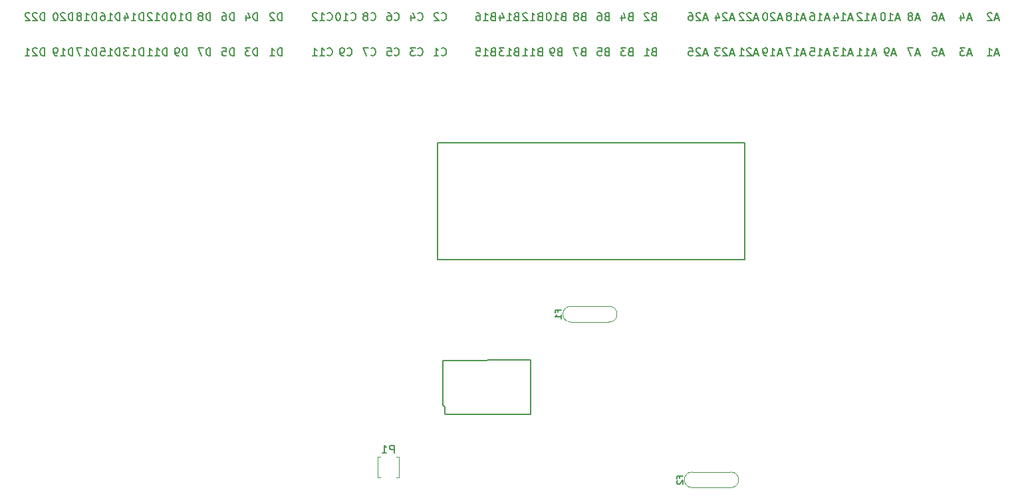
<source format=gbo>
G04 #@! TF.GenerationSoftware,KiCad,Pcbnew,7.0.10-7.0.10~ubuntu22.04.1*
G04 #@! TF.CreationDate,2024-01-11T23:10:12+00:00*
G04 #@! TF.ProjectId,test123,74657374-3132-4332-9e6b-696361645f70,a*
G04 #@! TF.SameCoordinates,Original*
G04 #@! TF.FileFunction,Legend,Bot*
G04 #@! TF.FilePolarity,Positive*
%FSLAX46Y46*%
G04 Gerber Fmt 4.6, Leading zero omitted, Abs format (unit mm)*
G04 Created by KiCad (PCBNEW 7.0.10-7.0.10~ubuntu22.04.1) date 2024-01-11 23:10:12*
%MOMM*%
%LPD*%
G01*
G04 APERTURE LIST*
%ADD10C,0.150000*%
%ADD11C,0.127000*%
%ADD12C,0.120000*%
%ADD13C,0.200000*%
G04 APERTURE END LIST*
D10*
X107436494Y78686781D02*
X107436494Y79686781D01*
X107436494Y79686781D02*
X107055542Y79686781D01*
X107055542Y79686781D02*
X106960304Y79639162D01*
X106960304Y79639162D02*
X106912685Y79591543D01*
X106912685Y79591543D02*
X106865066Y79496305D01*
X106865066Y79496305D02*
X106865066Y79353448D01*
X106865066Y79353448D02*
X106912685Y79258210D01*
X106912685Y79258210D02*
X106960304Y79210591D01*
X106960304Y79210591D02*
X107055542Y79162972D01*
X107055542Y79162972D02*
X107436494Y79162972D01*
X105912685Y78686781D02*
X106484113Y78686781D01*
X106198399Y78686781D02*
X106198399Y79686781D01*
X106198399Y79686781D02*
X106293637Y79543924D01*
X106293637Y79543924D02*
X106388875Y79448686D01*
X106388875Y79448686D02*
X106484113Y79401067D01*
X180914285Y129630896D02*
X180438095Y129630896D01*
X181009523Y129345181D02*
X180676190Y130345181D01*
X180676190Y130345181D02*
X180342857Y129345181D01*
X180104761Y130345181D02*
X179485714Y130345181D01*
X179485714Y130345181D02*
X179819047Y129964229D01*
X179819047Y129964229D02*
X179676190Y129964229D01*
X179676190Y129964229D02*
X179580952Y129916610D01*
X179580952Y129916610D02*
X179533333Y129868991D01*
X179533333Y129868991D02*
X179485714Y129773753D01*
X179485714Y129773753D02*
X179485714Y129535658D01*
X179485714Y129535658D02*
X179533333Y129440420D01*
X179533333Y129440420D02*
X179580952Y129392800D01*
X179580952Y129392800D02*
X179676190Y129345181D01*
X179676190Y129345181D02*
X179961904Y129345181D01*
X179961904Y129345181D02*
X180057142Y129392800D01*
X180057142Y129392800D02*
X180104761Y129440420D01*
X153790475Y134130896D02*
X153314285Y134130896D01*
X153885713Y133845181D02*
X153552380Y134845181D01*
X153552380Y134845181D02*
X153219047Y133845181D01*
X152933332Y134749943D02*
X152885713Y134797562D01*
X152885713Y134797562D02*
X152790475Y134845181D01*
X152790475Y134845181D02*
X152552380Y134845181D01*
X152552380Y134845181D02*
X152457142Y134797562D01*
X152457142Y134797562D02*
X152409523Y134749943D01*
X152409523Y134749943D02*
X152361904Y134654705D01*
X152361904Y134654705D02*
X152361904Y134559467D01*
X152361904Y134559467D02*
X152409523Y134416610D01*
X152409523Y134416610D02*
X152980951Y133845181D01*
X152980951Y133845181D02*
X152361904Y133845181D01*
X151980951Y134749943D02*
X151933332Y134797562D01*
X151933332Y134797562D02*
X151838094Y134845181D01*
X151838094Y134845181D02*
X151599999Y134845181D01*
X151599999Y134845181D02*
X151504761Y134797562D01*
X151504761Y134797562D02*
X151457142Y134749943D01*
X151457142Y134749943D02*
X151409523Y134654705D01*
X151409523Y134654705D02*
X151409523Y134559467D01*
X151409523Y134559467D02*
X151457142Y134416610D01*
X151457142Y134416610D02*
X152028570Y133845181D01*
X152028570Y133845181D02*
X151409523Y133845181D01*
X159790475Y129630896D02*
X159314285Y129630896D01*
X159885713Y129345181D02*
X159552380Y130345181D01*
X159552380Y130345181D02*
X159219047Y129345181D01*
X158361904Y129345181D02*
X158933332Y129345181D01*
X158647618Y129345181D02*
X158647618Y130345181D01*
X158647618Y130345181D02*
X158742856Y130202324D01*
X158742856Y130202324D02*
X158838094Y130107086D01*
X158838094Y130107086D02*
X158933332Y130059467D01*
X158028570Y130345181D02*
X157361904Y130345181D01*
X157361904Y130345181D02*
X157790475Y129345181D01*
X171314285Y129630896D02*
X170838095Y129630896D01*
X171409523Y129345181D02*
X171076190Y130345181D01*
X171076190Y130345181D02*
X170742857Y129345181D01*
X170361904Y129345181D02*
X170171428Y129345181D01*
X170171428Y129345181D02*
X170076190Y129392800D01*
X170076190Y129392800D02*
X170028571Y129440420D01*
X170028571Y129440420D02*
X169933333Y129583277D01*
X169933333Y129583277D02*
X169885714Y129773753D01*
X169885714Y129773753D02*
X169885714Y130154705D01*
X169885714Y130154705D02*
X169933333Y130249943D01*
X169933333Y130249943D02*
X169980952Y130297562D01*
X169980952Y130297562D02*
X170076190Y130345181D01*
X170076190Y130345181D02*
X170266666Y130345181D01*
X170266666Y130345181D02*
X170361904Y130297562D01*
X170361904Y130297562D02*
X170409523Y130249943D01*
X170409523Y130249943D02*
X170457142Y130154705D01*
X170457142Y130154705D02*
X170457142Y129916610D01*
X170457142Y129916610D02*
X170409523Y129821372D01*
X170409523Y129821372D02*
X170361904Y129773753D01*
X170361904Y129773753D02*
X170266666Y129726134D01*
X170266666Y129726134D02*
X170076190Y129726134D01*
X170076190Y129726134D02*
X169980952Y129773753D01*
X169980952Y129773753D02*
X169933333Y129821372D01*
X169933333Y129821372D02*
X169885714Y129916610D01*
X75514285Y129345181D02*
X75514285Y130345181D01*
X75514285Y130345181D02*
X75276190Y130345181D01*
X75276190Y130345181D02*
X75133333Y130297562D01*
X75133333Y130297562D02*
X75038095Y130202324D01*
X75038095Y130202324D02*
X74990476Y130107086D01*
X74990476Y130107086D02*
X74942857Y129916610D01*
X74942857Y129916610D02*
X74942857Y129773753D01*
X74942857Y129773753D02*
X74990476Y129583277D01*
X74990476Y129583277D02*
X75038095Y129488039D01*
X75038095Y129488039D02*
X75133333Y129392800D01*
X75133333Y129392800D02*
X75276190Y129345181D01*
X75276190Y129345181D02*
X75514285Y129345181D01*
X73990476Y129345181D02*
X74561904Y129345181D01*
X74276190Y129345181D02*
X74276190Y130345181D01*
X74276190Y130345181D02*
X74371428Y130202324D01*
X74371428Y130202324D02*
X74466666Y130107086D01*
X74466666Y130107086D02*
X74561904Y130059467D01*
X73657142Y130345181D02*
X73038095Y130345181D01*
X73038095Y130345181D02*
X73371428Y129964229D01*
X73371428Y129964229D02*
X73228571Y129964229D01*
X73228571Y129964229D02*
X73133333Y129916610D01*
X73133333Y129916610D02*
X73085714Y129868991D01*
X73085714Y129868991D02*
X73038095Y129773753D01*
X73038095Y129773753D02*
X73038095Y129535658D01*
X73038095Y129535658D02*
X73085714Y129440420D01*
X73085714Y129440420D02*
X73133333Y129392800D01*
X73133333Y129392800D02*
X73228571Y129345181D01*
X73228571Y129345181D02*
X73514285Y129345181D01*
X73514285Y129345181D02*
X73609523Y129392800D01*
X73609523Y129392800D02*
X73657142Y129440420D01*
X156790475Y129630896D02*
X156314285Y129630896D01*
X156885713Y129345181D02*
X156552380Y130345181D01*
X156552380Y130345181D02*
X156219047Y129345181D01*
X155361904Y129345181D02*
X155933332Y129345181D01*
X155647618Y129345181D02*
X155647618Y130345181D01*
X155647618Y130345181D02*
X155742856Y130202324D01*
X155742856Y130202324D02*
X155838094Y130107086D01*
X155838094Y130107086D02*
X155933332Y130059467D01*
X154885713Y129345181D02*
X154695237Y129345181D01*
X154695237Y129345181D02*
X154599999Y129392800D01*
X154599999Y129392800D02*
X154552380Y129440420D01*
X154552380Y129440420D02*
X154457142Y129583277D01*
X154457142Y129583277D02*
X154409523Y129773753D01*
X154409523Y129773753D02*
X154409523Y130154705D01*
X154409523Y130154705D02*
X154457142Y130249943D01*
X154457142Y130249943D02*
X154504761Y130297562D01*
X154504761Y130297562D02*
X154599999Y130345181D01*
X154599999Y130345181D02*
X154790475Y130345181D01*
X154790475Y130345181D02*
X154885713Y130297562D01*
X154885713Y130297562D02*
X154933332Y130249943D01*
X154933332Y130249943D02*
X154980951Y130154705D01*
X154980951Y130154705D02*
X154980951Y129916610D01*
X154980951Y129916610D02*
X154933332Y129821372D01*
X154933332Y129821372D02*
X154885713Y129773753D01*
X154885713Y129773753D02*
X154790475Y129726134D01*
X154790475Y129726134D02*
X154599999Y129726134D01*
X154599999Y129726134D02*
X154504761Y129773753D01*
X154504761Y129773753D02*
X154457142Y129821372D01*
X154457142Y129821372D02*
X154409523Y129916610D01*
X134504761Y134368991D02*
X134361904Y134321372D01*
X134361904Y134321372D02*
X134314285Y134273753D01*
X134314285Y134273753D02*
X134266666Y134178515D01*
X134266666Y134178515D02*
X134266666Y134035658D01*
X134266666Y134035658D02*
X134314285Y133940420D01*
X134314285Y133940420D02*
X134361904Y133892800D01*
X134361904Y133892800D02*
X134457142Y133845181D01*
X134457142Y133845181D02*
X134838094Y133845181D01*
X134838094Y133845181D02*
X134838094Y134845181D01*
X134838094Y134845181D02*
X134504761Y134845181D01*
X134504761Y134845181D02*
X134409523Y134797562D01*
X134409523Y134797562D02*
X134361904Y134749943D01*
X134361904Y134749943D02*
X134314285Y134654705D01*
X134314285Y134654705D02*
X134314285Y134559467D01*
X134314285Y134559467D02*
X134361904Y134464229D01*
X134361904Y134464229D02*
X134409523Y134416610D01*
X134409523Y134416610D02*
X134504761Y134368991D01*
X134504761Y134368991D02*
X134838094Y134368991D01*
X133409523Y134845181D02*
X133599999Y134845181D01*
X133599999Y134845181D02*
X133695237Y134797562D01*
X133695237Y134797562D02*
X133742856Y134749943D01*
X133742856Y134749943D02*
X133838094Y134607086D01*
X133838094Y134607086D02*
X133885713Y134416610D01*
X133885713Y134416610D02*
X133885713Y134035658D01*
X133885713Y134035658D02*
X133838094Y133940420D01*
X133838094Y133940420D02*
X133790475Y133892800D01*
X133790475Y133892800D02*
X133695237Y133845181D01*
X133695237Y133845181D02*
X133504761Y133845181D01*
X133504761Y133845181D02*
X133409523Y133892800D01*
X133409523Y133892800D02*
X133361904Y133940420D01*
X133361904Y133940420D02*
X133314285Y134035658D01*
X133314285Y134035658D02*
X133314285Y134273753D01*
X133314285Y134273753D02*
X133361904Y134368991D01*
X133361904Y134368991D02*
X133409523Y134416610D01*
X133409523Y134416610D02*
X133504761Y134464229D01*
X133504761Y134464229D02*
X133695237Y134464229D01*
X133695237Y134464229D02*
X133790475Y134416610D01*
X133790475Y134416610D02*
X133838094Y134368991D01*
X133838094Y134368991D02*
X133885713Y134273753D01*
X150690475Y134130896D02*
X150214285Y134130896D01*
X150785713Y133845181D02*
X150452380Y134845181D01*
X150452380Y134845181D02*
X150119047Y133845181D01*
X149833332Y134749943D02*
X149785713Y134797562D01*
X149785713Y134797562D02*
X149690475Y134845181D01*
X149690475Y134845181D02*
X149452380Y134845181D01*
X149452380Y134845181D02*
X149357142Y134797562D01*
X149357142Y134797562D02*
X149309523Y134749943D01*
X149309523Y134749943D02*
X149261904Y134654705D01*
X149261904Y134654705D02*
X149261904Y134559467D01*
X149261904Y134559467D02*
X149309523Y134416610D01*
X149309523Y134416610D02*
X149880951Y133845181D01*
X149880951Y133845181D02*
X149261904Y133845181D01*
X148404761Y134511848D02*
X148404761Y133845181D01*
X148642856Y134892800D02*
X148880951Y134178515D01*
X148880951Y134178515D02*
X148261904Y134178515D01*
X84038094Y129345181D02*
X84038094Y130345181D01*
X84038094Y130345181D02*
X83799999Y130345181D01*
X83799999Y130345181D02*
X83657142Y130297562D01*
X83657142Y130297562D02*
X83561904Y130202324D01*
X83561904Y130202324D02*
X83514285Y130107086D01*
X83514285Y130107086D02*
X83466666Y129916610D01*
X83466666Y129916610D02*
X83466666Y129773753D01*
X83466666Y129773753D02*
X83514285Y129583277D01*
X83514285Y129583277D02*
X83561904Y129488039D01*
X83561904Y129488039D02*
X83657142Y129392800D01*
X83657142Y129392800D02*
X83799999Y129345181D01*
X83799999Y129345181D02*
X84038094Y129345181D01*
X83133332Y130345181D02*
X82466666Y130345181D01*
X82466666Y130345181D02*
X82895237Y129345181D01*
X168790475Y134130896D02*
X168314285Y134130896D01*
X168885713Y133845181D02*
X168552380Y134845181D01*
X168552380Y134845181D02*
X168219047Y133845181D01*
X167361904Y133845181D02*
X167933332Y133845181D01*
X167647618Y133845181D02*
X167647618Y134845181D01*
X167647618Y134845181D02*
X167742856Y134702324D01*
X167742856Y134702324D02*
X167838094Y134607086D01*
X167838094Y134607086D02*
X167933332Y134559467D01*
X166980951Y134749943D02*
X166933332Y134797562D01*
X166933332Y134797562D02*
X166838094Y134845181D01*
X166838094Y134845181D02*
X166599999Y134845181D01*
X166599999Y134845181D02*
X166504761Y134797562D01*
X166504761Y134797562D02*
X166457142Y134749943D01*
X166457142Y134749943D02*
X166409523Y134654705D01*
X166409523Y134654705D02*
X166409523Y134559467D01*
X166409523Y134559467D02*
X166457142Y134416610D01*
X166457142Y134416610D02*
X167028570Y133845181D01*
X167028570Y133845181D02*
X166409523Y133845181D01*
X140504761Y134368991D02*
X140361904Y134321372D01*
X140361904Y134321372D02*
X140314285Y134273753D01*
X140314285Y134273753D02*
X140266666Y134178515D01*
X140266666Y134178515D02*
X140266666Y134035658D01*
X140266666Y134035658D02*
X140314285Y133940420D01*
X140314285Y133940420D02*
X140361904Y133892800D01*
X140361904Y133892800D02*
X140457142Y133845181D01*
X140457142Y133845181D02*
X140838094Y133845181D01*
X140838094Y133845181D02*
X140838094Y134845181D01*
X140838094Y134845181D02*
X140504761Y134845181D01*
X140504761Y134845181D02*
X140409523Y134797562D01*
X140409523Y134797562D02*
X140361904Y134749943D01*
X140361904Y134749943D02*
X140314285Y134654705D01*
X140314285Y134654705D02*
X140314285Y134559467D01*
X140314285Y134559467D02*
X140361904Y134464229D01*
X140361904Y134464229D02*
X140409523Y134416610D01*
X140409523Y134416610D02*
X140504761Y134368991D01*
X140504761Y134368991D02*
X140838094Y134368991D01*
X139885713Y134749943D02*
X139838094Y134797562D01*
X139838094Y134797562D02*
X139742856Y134845181D01*
X139742856Y134845181D02*
X139504761Y134845181D01*
X139504761Y134845181D02*
X139409523Y134797562D01*
X139409523Y134797562D02*
X139361904Y134749943D01*
X139361904Y134749943D02*
X139314285Y134654705D01*
X139314285Y134654705D02*
X139314285Y134559467D01*
X139314285Y134559467D02*
X139361904Y134416610D01*
X139361904Y134416610D02*
X139933332Y133845181D01*
X139933332Y133845181D02*
X139314285Y133845181D01*
X81514285Y133845181D02*
X81514285Y134845181D01*
X81514285Y134845181D02*
X81276190Y134845181D01*
X81276190Y134845181D02*
X81133333Y134797562D01*
X81133333Y134797562D02*
X81038095Y134702324D01*
X81038095Y134702324D02*
X80990476Y134607086D01*
X80990476Y134607086D02*
X80942857Y134416610D01*
X80942857Y134416610D02*
X80942857Y134273753D01*
X80942857Y134273753D02*
X80990476Y134083277D01*
X80990476Y134083277D02*
X81038095Y133988039D01*
X81038095Y133988039D02*
X81133333Y133892800D01*
X81133333Y133892800D02*
X81276190Y133845181D01*
X81276190Y133845181D02*
X81514285Y133845181D01*
X79990476Y133845181D02*
X80561904Y133845181D01*
X80276190Y133845181D02*
X80276190Y134845181D01*
X80276190Y134845181D02*
X80371428Y134702324D01*
X80371428Y134702324D02*
X80466666Y134607086D01*
X80466666Y134607086D02*
X80561904Y134559467D01*
X79371428Y134845181D02*
X79276190Y134845181D01*
X79276190Y134845181D02*
X79180952Y134797562D01*
X79180952Y134797562D02*
X79133333Y134749943D01*
X79133333Y134749943D02*
X79085714Y134654705D01*
X79085714Y134654705D02*
X79038095Y134464229D01*
X79038095Y134464229D02*
X79038095Y134226134D01*
X79038095Y134226134D02*
X79085714Y134035658D01*
X79085714Y134035658D02*
X79133333Y133940420D01*
X79133333Y133940420D02*
X79180952Y133892800D01*
X79180952Y133892800D02*
X79276190Y133845181D01*
X79276190Y133845181D02*
X79371428Y133845181D01*
X79371428Y133845181D02*
X79466666Y133892800D01*
X79466666Y133892800D02*
X79514285Y133940420D01*
X79514285Y133940420D02*
X79561904Y134035658D01*
X79561904Y134035658D02*
X79609523Y134226134D01*
X79609523Y134226134D02*
X79609523Y134464229D01*
X79609523Y134464229D02*
X79561904Y134654705D01*
X79561904Y134654705D02*
X79514285Y134749943D01*
X79514285Y134749943D02*
X79466666Y134797562D01*
X79466666Y134797562D02*
X79371428Y134845181D01*
X90038094Y133845181D02*
X90038094Y134845181D01*
X90038094Y134845181D02*
X89799999Y134845181D01*
X89799999Y134845181D02*
X89657142Y134797562D01*
X89657142Y134797562D02*
X89561904Y134702324D01*
X89561904Y134702324D02*
X89514285Y134607086D01*
X89514285Y134607086D02*
X89466666Y134416610D01*
X89466666Y134416610D02*
X89466666Y134273753D01*
X89466666Y134273753D02*
X89514285Y134083277D01*
X89514285Y134083277D02*
X89561904Y133988039D01*
X89561904Y133988039D02*
X89657142Y133892800D01*
X89657142Y133892800D02*
X89799999Y133845181D01*
X89799999Y133845181D02*
X90038094Y133845181D01*
X88609523Y134511848D02*
X88609523Y133845181D01*
X88847618Y134892800D02*
X89085713Y134178515D01*
X89085713Y134178515D02*
X88466666Y134178515D01*
X162790475Y129630896D02*
X162314285Y129630896D01*
X162885713Y129345181D02*
X162552380Y130345181D01*
X162552380Y130345181D02*
X162219047Y129345181D01*
X161361904Y129345181D02*
X161933332Y129345181D01*
X161647618Y129345181D02*
X161647618Y130345181D01*
X161647618Y130345181D02*
X161742856Y130202324D01*
X161742856Y130202324D02*
X161838094Y130107086D01*
X161838094Y130107086D02*
X161933332Y130059467D01*
X160457142Y130345181D02*
X160933332Y130345181D01*
X160933332Y130345181D02*
X160980951Y129868991D01*
X160980951Y129868991D02*
X160933332Y129916610D01*
X160933332Y129916610D02*
X160838094Y129964229D01*
X160838094Y129964229D02*
X160599999Y129964229D01*
X160599999Y129964229D02*
X160504761Y129916610D01*
X160504761Y129916610D02*
X160457142Y129868991D01*
X160457142Y129868991D02*
X160409523Y129773753D01*
X160409523Y129773753D02*
X160409523Y129535658D01*
X160409523Y129535658D02*
X160457142Y129440420D01*
X160457142Y129440420D02*
X160504761Y129392800D01*
X160504761Y129392800D02*
X160599999Y129345181D01*
X160599999Y129345181D02*
X160838094Y129345181D01*
X160838094Y129345181D02*
X160933332Y129392800D01*
X160933332Y129392800D02*
X160980951Y129440420D01*
X81038094Y129345181D02*
X81038094Y130345181D01*
X81038094Y130345181D02*
X80799999Y130345181D01*
X80799999Y130345181D02*
X80657142Y130297562D01*
X80657142Y130297562D02*
X80561904Y130202324D01*
X80561904Y130202324D02*
X80514285Y130107086D01*
X80514285Y130107086D02*
X80466666Y129916610D01*
X80466666Y129916610D02*
X80466666Y129773753D01*
X80466666Y129773753D02*
X80514285Y129583277D01*
X80514285Y129583277D02*
X80561904Y129488039D01*
X80561904Y129488039D02*
X80657142Y129392800D01*
X80657142Y129392800D02*
X80799999Y129345181D01*
X80799999Y129345181D02*
X81038094Y129345181D01*
X79990475Y129345181D02*
X79799999Y129345181D01*
X79799999Y129345181D02*
X79704761Y129392800D01*
X79704761Y129392800D02*
X79657142Y129440420D01*
X79657142Y129440420D02*
X79561904Y129583277D01*
X79561904Y129583277D02*
X79514285Y129773753D01*
X79514285Y129773753D02*
X79514285Y130154705D01*
X79514285Y130154705D02*
X79561904Y130249943D01*
X79561904Y130249943D02*
X79609523Y130297562D01*
X79609523Y130297562D02*
X79704761Y130345181D01*
X79704761Y130345181D02*
X79895237Y130345181D01*
X79895237Y130345181D02*
X79990475Y130297562D01*
X79990475Y130297562D02*
X80038094Y130249943D01*
X80038094Y130249943D02*
X80085713Y130154705D01*
X80085713Y130154705D02*
X80085713Y129916610D01*
X80085713Y129916610D02*
X80038094Y129821372D01*
X80038094Y129821372D02*
X79990475Y129773753D01*
X79990475Y129773753D02*
X79895237Y129726134D01*
X79895237Y129726134D02*
X79704761Y129726134D01*
X79704761Y129726134D02*
X79609523Y129773753D01*
X79609523Y129773753D02*
X79561904Y129821372D01*
X79561904Y129821372D02*
X79514285Y129916610D01*
X66514285Y133845181D02*
X66514285Y134845181D01*
X66514285Y134845181D02*
X66276190Y134845181D01*
X66276190Y134845181D02*
X66133333Y134797562D01*
X66133333Y134797562D02*
X66038095Y134702324D01*
X66038095Y134702324D02*
X65990476Y134607086D01*
X65990476Y134607086D02*
X65942857Y134416610D01*
X65942857Y134416610D02*
X65942857Y134273753D01*
X65942857Y134273753D02*
X65990476Y134083277D01*
X65990476Y134083277D02*
X66038095Y133988039D01*
X66038095Y133988039D02*
X66133333Y133892800D01*
X66133333Y133892800D02*
X66276190Y133845181D01*
X66276190Y133845181D02*
X66514285Y133845181D01*
X65561904Y134749943D02*
X65514285Y134797562D01*
X65514285Y134797562D02*
X65419047Y134845181D01*
X65419047Y134845181D02*
X65180952Y134845181D01*
X65180952Y134845181D02*
X65085714Y134797562D01*
X65085714Y134797562D02*
X65038095Y134749943D01*
X65038095Y134749943D02*
X64990476Y134654705D01*
X64990476Y134654705D02*
X64990476Y134559467D01*
X64990476Y134559467D02*
X65038095Y134416610D01*
X65038095Y134416610D02*
X65609523Y133845181D01*
X65609523Y133845181D02*
X64990476Y133845181D01*
X64371428Y134845181D02*
X64276190Y134845181D01*
X64276190Y134845181D02*
X64180952Y134797562D01*
X64180952Y134797562D02*
X64133333Y134749943D01*
X64133333Y134749943D02*
X64085714Y134654705D01*
X64085714Y134654705D02*
X64038095Y134464229D01*
X64038095Y134464229D02*
X64038095Y134226134D01*
X64038095Y134226134D02*
X64085714Y134035658D01*
X64085714Y134035658D02*
X64133333Y133940420D01*
X64133333Y133940420D02*
X64180952Y133892800D01*
X64180952Y133892800D02*
X64276190Y133845181D01*
X64276190Y133845181D02*
X64371428Y133845181D01*
X64371428Y133845181D02*
X64466666Y133892800D01*
X64466666Y133892800D02*
X64514285Y133940420D01*
X64514285Y133940420D02*
X64561904Y134035658D01*
X64561904Y134035658D02*
X64609523Y134226134D01*
X64609523Y134226134D02*
X64609523Y134464229D01*
X64609523Y134464229D02*
X64561904Y134654705D01*
X64561904Y134654705D02*
X64514285Y134749943D01*
X64514285Y134749943D02*
X64466666Y134797562D01*
X64466666Y134797562D02*
X64371428Y134845181D01*
X93138094Y129345181D02*
X93138094Y130345181D01*
X93138094Y130345181D02*
X92899999Y130345181D01*
X92899999Y130345181D02*
X92757142Y130297562D01*
X92757142Y130297562D02*
X92661904Y130202324D01*
X92661904Y130202324D02*
X92614285Y130107086D01*
X92614285Y130107086D02*
X92566666Y129916610D01*
X92566666Y129916610D02*
X92566666Y129773753D01*
X92566666Y129773753D02*
X92614285Y129583277D01*
X92614285Y129583277D02*
X92661904Y129488039D01*
X92661904Y129488039D02*
X92757142Y129392800D01*
X92757142Y129392800D02*
X92899999Y129345181D01*
X92899999Y129345181D02*
X93138094Y129345181D01*
X91614285Y129345181D02*
X92185713Y129345181D01*
X91899999Y129345181D02*
X91899999Y130345181D01*
X91899999Y130345181D02*
X91995237Y130202324D01*
X91995237Y130202324D02*
X92090475Y130107086D01*
X92090475Y130107086D02*
X92185713Y130059467D01*
X177414285Y129630896D02*
X176938095Y129630896D01*
X177509523Y129345181D02*
X177176190Y130345181D01*
X177176190Y130345181D02*
X176842857Y129345181D01*
X176033333Y130345181D02*
X176509523Y130345181D01*
X176509523Y130345181D02*
X176557142Y129868991D01*
X176557142Y129868991D02*
X176509523Y129916610D01*
X176509523Y129916610D02*
X176414285Y129964229D01*
X176414285Y129964229D02*
X176176190Y129964229D01*
X176176190Y129964229D02*
X176080952Y129916610D01*
X176080952Y129916610D02*
X176033333Y129868991D01*
X176033333Y129868991D02*
X175985714Y129773753D01*
X175985714Y129773753D02*
X175985714Y129535658D01*
X175985714Y129535658D02*
X176033333Y129440420D01*
X176033333Y129440420D02*
X176080952Y129392800D01*
X176080952Y129392800D02*
X176176190Y129345181D01*
X176176190Y129345181D02*
X176414285Y129345181D01*
X176414285Y129345181D02*
X176509523Y129392800D01*
X176509523Y129392800D02*
X176557142Y129440420D01*
X72514285Y129345181D02*
X72514285Y130345181D01*
X72514285Y130345181D02*
X72276190Y130345181D01*
X72276190Y130345181D02*
X72133333Y130297562D01*
X72133333Y130297562D02*
X72038095Y130202324D01*
X72038095Y130202324D02*
X71990476Y130107086D01*
X71990476Y130107086D02*
X71942857Y129916610D01*
X71942857Y129916610D02*
X71942857Y129773753D01*
X71942857Y129773753D02*
X71990476Y129583277D01*
X71990476Y129583277D02*
X72038095Y129488039D01*
X72038095Y129488039D02*
X72133333Y129392800D01*
X72133333Y129392800D02*
X72276190Y129345181D01*
X72276190Y129345181D02*
X72514285Y129345181D01*
X70990476Y129345181D02*
X71561904Y129345181D01*
X71276190Y129345181D02*
X71276190Y130345181D01*
X71276190Y130345181D02*
X71371428Y130202324D01*
X71371428Y130202324D02*
X71466666Y130107086D01*
X71466666Y130107086D02*
X71561904Y130059467D01*
X70085714Y130345181D02*
X70561904Y130345181D01*
X70561904Y130345181D02*
X70609523Y129868991D01*
X70609523Y129868991D02*
X70561904Y129916610D01*
X70561904Y129916610D02*
X70466666Y129964229D01*
X70466666Y129964229D02*
X70228571Y129964229D01*
X70228571Y129964229D02*
X70133333Y129916610D01*
X70133333Y129916610D02*
X70085714Y129868991D01*
X70085714Y129868991D02*
X70038095Y129773753D01*
X70038095Y129773753D02*
X70038095Y129535658D01*
X70038095Y129535658D02*
X70085714Y129440420D01*
X70085714Y129440420D02*
X70133333Y129392800D01*
X70133333Y129392800D02*
X70228571Y129345181D01*
X70228571Y129345181D02*
X70466666Y129345181D01*
X70466666Y129345181D02*
X70561904Y129392800D01*
X70561904Y129392800D02*
X70609523Y129440420D01*
X137504761Y134368991D02*
X137361904Y134321372D01*
X137361904Y134321372D02*
X137314285Y134273753D01*
X137314285Y134273753D02*
X137266666Y134178515D01*
X137266666Y134178515D02*
X137266666Y134035658D01*
X137266666Y134035658D02*
X137314285Y133940420D01*
X137314285Y133940420D02*
X137361904Y133892800D01*
X137361904Y133892800D02*
X137457142Y133845181D01*
X137457142Y133845181D02*
X137838094Y133845181D01*
X137838094Y133845181D02*
X137838094Y134845181D01*
X137838094Y134845181D02*
X137504761Y134845181D01*
X137504761Y134845181D02*
X137409523Y134797562D01*
X137409523Y134797562D02*
X137361904Y134749943D01*
X137361904Y134749943D02*
X137314285Y134654705D01*
X137314285Y134654705D02*
X137314285Y134559467D01*
X137314285Y134559467D02*
X137361904Y134464229D01*
X137361904Y134464229D02*
X137409523Y134416610D01*
X137409523Y134416610D02*
X137504761Y134368991D01*
X137504761Y134368991D02*
X137838094Y134368991D01*
X136409523Y134511848D02*
X136409523Y133845181D01*
X136647618Y134892800D02*
X136885713Y134178515D01*
X136885713Y134178515D02*
X136266666Y134178515D01*
X69514285Y129345181D02*
X69514285Y130345181D01*
X69514285Y130345181D02*
X69276190Y130345181D01*
X69276190Y130345181D02*
X69133333Y130297562D01*
X69133333Y130297562D02*
X69038095Y130202324D01*
X69038095Y130202324D02*
X68990476Y130107086D01*
X68990476Y130107086D02*
X68942857Y129916610D01*
X68942857Y129916610D02*
X68942857Y129773753D01*
X68942857Y129773753D02*
X68990476Y129583277D01*
X68990476Y129583277D02*
X69038095Y129488039D01*
X69038095Y129488039D02*
X69133333Y129392800D01*
X69133333Y129392800D02*
X69276190Y129345181D01*
X69276190Y129345181D02*
X69514285Y129345181D01*
X67990476Y129345181D02*
X68561904Y129345181D01*
X68276190Y129345181D02*
X68276190Y130345181D01*
X68276190Y130345181D02*
X68371428Y130202324D01*
X68371428Y130202324D02*
X68466666Y130107086D01*
X68466666Y130107086D02*
X68561904Y130059467D01*
X67657142Y130345181D02*
X66990476Y130345181D01*
X66990476Y130345181D02*
X67419047Y129345181D01*
X165790475Y129630896D02*
X165314285Y129630896D01*
X165885713Y129345181D02*
X165552380Y130345181D01*
X165552380Y130345181D02*
X165219047Y129345181D01*
X164361904Y129345181D02*
X164933332Y129345181D01*
X164647618Y129345181D02*
X164647618Y130345181D01*
X164647618Y130345181D02*
X164742856Y130202324D01*
X164742856Y130202324D02*
X164838094Y130107086D01*
X164838094Y130107086D02*
X164933332Y130059467D01*
X164028570Y130345181D02*
X163409523Y130345181D01*
X163409523Y130345181D02*
X163742856Y129964229D01*
X163742856Y129964229D02*
X163599999Y129964229D01*
X163599999Y129964229D02*
X163504761Y129916610D01*
X163504761Y129916610D02*
X163457142Y129868991D01*
X163457142Y129868991D02*
X163409523Y129773753D01*
X163409523Y129773753D02*
X163409523Y129535658D01*
X163409523Y129535658D02*
X163457142Y129440420D01*
X163457142Y129440420D02*
X163504761Y129392800D01*
X163504761Y129392800D02*
X163599999Y129345181D01*
X163599999Y129345181D02*
X163885713Y129345181D01*
X163885713Y129345181D02*
X163980951Y129392800D01*
X163980951Y129392800D02*
X164028570Y129440420D01*
X69514285Y133845181D02*
X69514285Y134845181D01*
X69514285Y134845181D02*
X69276190Y134845181D01*
X69276190Y134845181D02*
X69133333Y134797562D01*
X69133333Y134797562D02*
X69038095Y134702324D01*
X69038095Y134702324D02*
X68990476Y134607086D01*
X68990476Y134607086D02*
X68942857Y134416610D01*
X68942857Y134416610D02*
X68942857Y134273753D01*
X68942857Y134273753D02*
X68990476Y134083277D01*
X68990476Y134083277D02*
X69038095Y133988039D01*
X69038095Y133988039D02*
X69133333Y133892800D01*
X69133333Y133892800D02*
X69276190Y133845181D01*
X69276190Y133845181D02*
X69514285Y133845181D01*
X67990476Y133845181D02*
X68561904Y133845181D01*
X68276190Y133845181D02*
X68276190Y134845181D01*
X68276190Y134845181D02*
X68371428Y134702324D01*
X68371428Y134702324D02*
X68466666Y134607086D01*
X68466666Y134607086D02*
X68561904Y134559467D01*
X67419047Y134416610D02*
X67514285Y134464229D01*
X67514285Y134464229D02*
X67561904Y134511848D01*
X67561904Y134511848D02*
X67609523Y134607086D01*
X67609523Y134607086D02*
X67609523Y134654705D01*
X67609523Y134654705D02*
X67561904Y134749943D01*
X67561904Y134749943D02*
X67514285Y134797562D01*
X67514285Y134797562D02*
X67419047Y134845181D01*
X67419047Y134845181D02*
X67228571Y134845181D01*
X67228571Y134845181D02*
X67133333Y134797562D01*
X67133333Y134797562D02*
X67085714Y134749943D01*
X67085714Y134749943D02*
X67038095Y134654705D01*
X67038095Y134654705D02*
X67038095Y134607086D01*
X67038095Y134607086D02*
X67085714Y134511848D01*
X67085714Y134511848D02*
X67133333Y134464229D01*
X67133333Y134464229D02*
X67228571Y134416610D01*
X67228571Y134416610D02*
X67419047Y134416610D01*
X67419047Y134416610D02*
X67514285Y134368991D01*
X67514285Y134368991D02*
X67561904Y134321372D01*
X67561904Y134321372D02*
X67609523Y134226134D01*
X67609523Y134226134D02*
X67609523Y134035658D01*
X67609523Y134035658D02*
X67561904Y133940420D01*
X67561904Y133940420D02*
X67514285Y133892800D01*
X67514285Y133892800D02*
X67419047Y133845181D01*
X67419047Y133845181D02*
X67228571Y133845181D01*
X67228571Y133845181D02*
X67133333Y133892800D01*
X67133333Y133892800D02*
X67085714Y133940420D01*
X67085714Y133940420D02*
X67038095Y134035658D01*
X67038095Y134035658D02*
X67038095Y134226134D01*
X67038095Y134226134D02*
X67085714Y134321372D01*
X67085714Y134321372D02*
X67133333Y134368991D01*
X67133333Y134368991D02*
X67228571Y134416610D01*
X174314285Y129630896D02*
X173838095Y129630896D01*
X174409523Y129345181D02*
X174076190Y130345181D01*
X174076190Y130345181D02*
X173742857Y129345181D01*
X173504761Y130345181D02*
X172838095Y130345181D01*
X172838095Y130345181D02*
X173266666Y129345181D01*
X72514285Y133845181D02*
X72514285Y134845181D01*
X72514285Y134845181D02*
X72276190Y134845181D01*
X72276190Y134845181D02*
X72133333Y134797562D01*
X72133333Y134797562D02*
X72038095Y134702324D01*
X72038095Y134702324D02*
X71990476Y134607086D01*
X71990476Y134607086D02*
X71942857Y134416610D01*
X71942857Y134416610D02*
X71942857Y134273753D01*
X71942857Y134273753D02*
X71990476Y134083277D01*
X71990476Y134083277D02*
X72038095Y133988039D01*
X72038095Y133988039D02*
X72133333Y133892800D01*
X72133333Y133892800D02*
X72276190Y133845181D01*
X72276190Y133845181D02*
X72514285Y133845181D01*
X70990476Y133845181D02*
X71561904Y133845181D01*
X71276190Y133845181D02*
X71276190Y134845181D01*
X71276190Y134845181D02*
X71371428Y134702324D01*
X71371428Y134702324D02*
X71466666Y134607086D01*
X71466666Y134607086D02*
X71561904Y134559467D01*
X70133333Y134845181D02*
X70323809Y134845181D01*
X70323809Y134845181D02*
X70419047Y134797562D01*
X70419047Y134797562D02*
X70466666Y134749943D01*
X70466666Y134749943D02*
X70561904Y134607086D01*
X70561904Y134607086D02*
X70609523Y134416610D01*
X70609523Y134416610D02*
X70609523Y134035658D01*
X70609523Y134035658D02*
X70561904Y133940420D01*
X70561904Y133940420D02*
X70514285Y133892800D01*
X70514285Y133892800D02*
X70419047Y133845181D01*
X70419047Y133845181D02*
X70228571Y133845181D01*
X70228571Y133845181D02*
X70133333Y133892800D01*
X70133333Y133892800D02*
X70085714Y133940420D01*
X70085714Y133940420D02*
X70038095Y134035658D01*
X70038095Y134035658D02*
X70038095Y134273753D01*
X70038095Y134273753D02*
X70085714Y134368991D01*
X70085714Y134368991D02*
X70133333Y134416610D01*
X70133333Y134416610D02*
X70228571Y134464229D01*
X70228571Y134464229D02*
X70419047Y134464229D01*
X70419047Y134464229D02*
X70514285Y134416610D01*
X70514285Y134416610D02*
X70561904Y134368991D01*
X70561904Y134368991D02*
X70609523Y134273753D01*
X168790475Y129630896D02*
X168314285Y129630896D01*
X168885713Y129345181D02*
X168552380Y130345181D01*
X168552380Y130345181D02*
X168219047Y129345181D01*
X167361904Y129345181D02*
X167933332Y129345181D01*
X167647618Y129345181D02*
X167647618Y130345181D01*
X167647618Y130345181D02*
X167742856Y130202324D01*
X167742856Y130202324D02*
X167838094Y130107086D01*
X167838094Y130107086D02*
X167933332Y130059467D01*
X166409523Y129345181D02*
X166980951Y129345181D01*
X166695237Y129345181D02*
X166695237Y130345181D01*
X166695237Y130345181D02*
X166790475Y130202324D01*
X166790475Y130202324D02*
X166885713Y130107086D01*
X166885713Y130107086D02*
X166980951Y130059467D01*
X131504761Y134368991D02*
X131361904Y134321372D01*
X131361904Y134321372D02*
X131314285Y134273753D01*
X131314285Y134273753D02*
X131266666Y134178515D01*
X131266666Y134178515D02*
X131266666Y134035658D01*
X131266666Y134035658D02*
X131314285Y133940420D01*
X131314285Y133940420D02*
X131361904Y133892800D01*
X131361904Y133892800D02*
X131457142Y133845181D01*
X131457142Y133845181D02*
X131838094Y133845181D01*
X131838094Y133845181D02*
X131838094Y134845181D01*
X131838094Y134845181D02*
X131504761Y134845181D01*
X131504761Y134845181D02*
X131409523Y134797562D01*
X131409523Y134797562D02*
X131361904Y134749943D01*
X131361904Y134749943D02*
X131314285Y134654705D01*
X131314285Y134654705D02*
X131314285Y134559467D01*
X131314285Y134559467D02*
X131361904Y134464229D01*
X131361904Y134464229D02*
X131409523Y134416610D01*
X131409523Y134416610D02*
X131504761Y134368991D01*
X131504761Y134368991D02*
X131838094Y134368991D01*
X130695237Y134416610D02*
X130790475Y134464229D01*
X130790475Y134464229D02*
X130838094Y134511848D01*
X130838094Y134511848D02*
X130885713Y134607086D01*
X130885713Y134607086D02*
X130885713Y134654705D01*
X130885713Y134654705D02*
X130838094Y134749943D01*
X130838094Y134749943D02*
X130790475Y134797562D01*
X130790475Y134797562D02*
X130695237Y134845181D01*
X130695237Y134845181D02*
X130504761Y134845181D01*
X130504761Y134845181D02*
X130409523Y134797562D01*
X130409523Y134797562D02*
X130361904Y134749943D01*
X130361904Y134749943D02*
X130314285Y134654705D01*
X130314285Y134654705D02*
X130314285Y134607086D01*
X130314285Y134607086D02*
X130361904Y134511848D01*
X130361904Y134511848D02*
X130409523Y134464229D01*
X130409523Y134464229D02*
X130504761Y134416610D01*
X130504761Y134416610D02*
X130695237Y134416610D01*
X130695237Y134416610D02*
X130790475Y134368991D01*
X130790475Y134368991D02*
X130838094Y134321372D01*
X130838094Y134321372D02*
X130885713Y134226134D01*
X130885713Y134226134D02*
X130885713Y134035658D01*
X130885713Y134035658D02*
X130838094Y133940420D01*
X130838094Y133940420D02*
X130790475Y133892800D01*
X130790475Y133892800D02*
X130695237Y133845181D01*
X130695237Y133845181D02*
X130504761Y133845181D01*
X130504761Y133845181D02*
X130409523Y133892800D01*
X130409523Y133892800D02*
X130361904Y133940420D01*
X130361904Y133940420D02*
X130314285Y134035658D01*
X130314285Y134035658D02*
X130314285Y134226134D01*
X130314285Y134226134D02*
X130361904Y134321372D01*
X130361904Y134321372D02*
X130409523Y134368991D01*
X130409523Y134368991D02*
X130504761Y134416610D01*
X75514285Y133845181D02*
X75514285Y134845181D01*
X75514285Y134845181D02*
X75276190Y134845181D01*
X75276190Y134845181D02*
X75133333Y134797562D01*
X75133333Y134797562D02*
X75038095Y134702324D01*
X75038095Y134702324D02*
X74990476Y134607086D01*
X74990476Y134607086D02*
X74942857Y134416610D01*
X74942857Y134416610D02*
X74942857Y134273753D01*
X74942857Y134273753D02*
X74990476Y134083277D01*
X74990476Y134083277D02*
X75038095Y133988039D01*
X75038095Y133988039D02*
X75133333Y133892800D01*
X75133333Y133892800D02*
X75276190Y133845181D01*
X75276190Y133845181D02*
X75514285Y133845181D01*
X73990476Y133845181D02*
X74561904Y133845181D01*
X74276190Y133845181D02*
X74276190Y134845181D01*
X74276190Y134845181D02*
X74371428Y134702324D01*
X74371428Y134702324D02*
X74466666Y134607086D01*
X74466666Y134607086D02*
X74561904Y134559467D01*
X73133333Y134511848D02*
X73133333Y133845181D01*
X73371428Y134892800D02*
X73609523Y134178515D01*
X73609523Y134178515D02*
X72990476Y134178515D01*
X107466666Y129440420D02*
X107514285Y129392800D01*
X107514285Y129392800D02*
X107657142Y129345181D01*
X107657142Y129345181D02*
X107752380Y129345181D01*
X107752380Y129345181D02*
X107895237Y129392800D01*
X107895237Y129392800D02*
X107990475Y129488039D01*
X107990475Y129488039D02*
X108038094Y129583277D01*
X108038094Y129583277D02*
X108085713Y129773753D01*
X108085713Y129773753D02*
X108085713Y129916610D01*
X108085713Y129916610D02*
X108038094Y130107086D01*
X108038094Y130107086D02*
X107990475Y130202324D01*
X107990475Y130202324D02*
X107895237Y130297562D01*
X107895237Y130297562D02*
X107752380Y130345181D01*
X107752380Y130345181D02*
X107657142Y130345181D01*
X107657142Y130345181D02*
X107514285Y130297562D01*
X107514285Y130297562D02*
X107466666Y130249943D01*
X106561904Y130345181D02*
X107038094Y130345181D01*
X107038094Y130345181D02*
X107085713Y129868991D01*
X107085713Y129868991D02*
X107038094Y129916610D01*
X107038094Y129916610D02*
X106942856Y129964229D01*
X106942856Y129964229D02*
X106704761Y129964229D01*
X106704761Y129964229D02*
X106609523Y129916610D01*
X106609523Y129916610D02*
X106561904Y129868991D01*
X106561904Y129868991D02*
X106514285Y129773753D01*
X106514285Y129773753D02*
X106514285Y129535658D01*
X106514285Y129535658D02*
X106561904Y129440420D01*
X106561904Y129440420D02*
X106609523Y129392800D01*
X106609523Y129392800D02*
X106704761Y129345181D01*
X106704761Y129345181D02*
X106942856Y129345181D01*
X106942856Y129345181D02*
X107038094Y129392800D01*
X107038094Y129392800D02*
X107085713Y129440420D01*
X128504761Y129868991D02*
X128361904Y129821372D01*
X128361904Y129821372D02*
X128314285Y129773753D01*
X128314285Y129773753D02*
X128266666Y129678515D01*
X128266666Y129678515D02*
X128266666Y129535658D01*
X128266666Y129535658D02*
X128314285Y129440420D01*
X128314285Y129440420D02*
X128361904Y129392800D01*
X128361904Y129392800D02*
X128457142Y129345181D01*
X128457142Y129345181D02*
X128838094Y129345181D01*
X128838094Y129345181D02*
X128838094Y130345181D01*
X128838094Y130345181D02*
X128504761Y130345181D01*
X128504761Y130345181D02*
X128409523Y130297562D01*
X128409523Y130297562D02*
X128361904Y130249943D01*
X128361904Y130249943D02*
X128314285Y130154705D01*
X128314285Y130154705D02*
X128314285Y130059467D01*
X128314285Y130059467D02*
X128361904Y129964229D01*
X128361904Y129964229D02*
X128409523Y129916610D01*
X128409523Y129916610D02*
X128504761Y129868991D01*
X128504761Y129868991D02*
X128838094Y129868991D01*
X127790475Y129345181D02*
X127599999Y129345181D01*
X127599999Y129345181D02*
X127504761Y129392800D01*
X127504761Y129392800D02*
X127457142Y129440420D01*
X127457142Y129440420D02*
X127361904Y129583277D01*
X127361904Y129583277D02*
X127314285Y129773753D01*
X127314285Y129773753D02*
X127314285Y130154705D01*
X127314285Y130154705D02*
X127361904Y130249943D01*
X127361904Y130249943D02*
X127409523Y130297562D01*
X127409523Y130297562D02*
X127504761Y130345181D01*
X127504761Y130345181D02*
X127695237Y130345181D01*
X127695237Y130345181D02*
X127790475Y130297562D01*
X127790475Y130297562D02*
X127838094Y130249943D01*
X127838094Y130249943D02*
X127885713Y130154705D01*
X127885713Y130154705D02*
X127885713Y129916610D01*
X127885713Y129916610D02*
X127838094Y129821372D01*
X127838094Y129821372D02*
X127790475Y129773753D01*
X127790475Y129773753D02*
X127695237Y129726134D01*
X127695237Y129726134D02*
X127504761Y129726134D01*
X127504761Y129726134D02*
X127409523Y129773753D01*
X127409523Y129773753D02*
X127361904Y129821372D01*
X127361904Y129821372D02*
X127314285Y129916610D01*
X153790475Y129630896D02*
X153314285Y129630896D01*
X153885713Y129345181D02*
X153552380Y130345181D01*
X153552380Y130345181D02*
X153219047Y129345181D01*
X152933332Y130249943D02*
X152885713Y130297562D01*
X152885713Y130297562D02*
X152790475Y130345181D01*
X152790475Y130345181D02*
X152552380Y130345181D01*
X152552380Y130345181D02*
X152457142Y130297562D01*
X152457142Y130297562D02*
X152409523Y130249943D01*
X152409523Y130249943D02*
X152361904Y130154705D01*
X152361904Y130154705D02*
X152361904Y130059467D01*
X152361904Y130059467D02*
X152409523Y129916610D01*
X152409523Y129916610D02*
X152980951Y129345181D01*
X152980951Y129345181D02*
X152361904Y129345181D01*
X151409523Y129345181D02*
X151980951Y129345181D01*
X151695237Y129345181D02*
X151695237Y130345181D01*
X151695237Y130345181D02*
X151790475Y130202324D01*
X151790475Y130202324D02*
X151885713Y130107086D01*
X151885713Y130107086D02*
X151980951Y130059467D01*
X101942857Y133940420D02*
X101990476Y133892800D01*
X101990476Y133892800D02*
X102133333Y133845181D01*
X102133333Y133845181D02*
X102228571Y133845181D01*
X102228571Y133845181D02*
X102371428Y133892800D01*
X102371428Y133892800D02*
X102466666Y133988039D01*
X102466666Y133988039D02*
X102514285Y134083277D01*
X102514285Y134083277D02*
X102561904Y134273753D01*
X102561904Y134273753D02*
X102561904Y134416610D01*
X102561904Y134416610D02*
X102514285Y134607086D01*
X102514285Y134607086D02*
X102466666Y134702324D01*
X102466666Y134702324D02*
X102371428Y134797562D01*
X102371428Y134797562D02*
X102228571Y134845181D01*
X102228571Y134845181D02*
X102133333Y134845181D01*
X102133333Y134845181D02*
X101990476Y134797562D01*
X101990476Y134797562D02*
X101942857Y134749943D01*
X100990476Y133845181D02*
X101561904Y133845181D01*
X101276190Y133845181D02*
X101276190Y134845181D01*
X101276190Y134845181D02*
X101371428Y134702324D01*
X101371428Y134702324D02*
X101466666Y134607086D01*
X101466666Y134607086D02*
X101561904Y134559467D01*
X100371428Y134845181D02*
X100276190Y134845181D01*
X100276190Y134845181D02*
X100180952Y134797562D01*
X100180952Y134797562D02*
X100133333Y134749943D01*
X100133333Y134749943D02*
X100085714Y134654705D01*
X100085714Y134654705D02*
X100038095Y134464229D01*
X100038095Y134464229D02*
X100038095Y134226134D01*
X100038095Y134226134D02*
X100085714Y134035658D01*
X100085714Y134035658D02*
X100133333Y133940420D01*
X100133333Y133940420D02*
X100180952Y133892800D01*
X100180952Y133892800D02*
X100276190Y133845181D01*
X100276190Y133845181D02*
X100371428Y133845181D01*
X100371428Y133845181D02*
X100466666Y133892800D01*
X100466666Y133892800D02*
X100514285Y133940420D01*
X100514285Y133940420D02*
X100561904Y134035658D01*
X100561904Y134035658D02*
X100609523Y134226134D01*
X100609523Y134226134D02*
X100609523Y134464229D01*
X100609523Y134464229D02*
X100561904Y134654705D01*
X100561904Y134654705D02*
X100514285Y134749943D01*
X100514285Y134749943D02*
X100466666Y134797562D01*
X100466666Y134797562D02*
X100371428Y134845181D01*
X62914285Y133845181D02*
X62914285Y134845181D01*
X62914285Y134845181D02*
X62676190Y134845181D01*
X62676190Y134845181D02*
X62533333Y134797562D01*
X62533333Y134797562D02*
X62438095Y134702324D01*
X62438095Y134702324D02*
X62390476Y134607086D01*
X62390476Y134607086D02*
X62342857Y134416610D01*
X62342857Y134416610D02*
X62342857Y134273753D01*
X62342857Y134273753D02*
X62390476Y134083277D01*
X62390476Y134083277D02*
X62438095Y133988039D01*
X62438095Y133988039D02*
X62533333Y133892800D01*
X62533333Y133892800D02*
X62676190Y133845181D01*
X62676190Y133845181D02*
X62914285Y133845181D01*
X61961904Y134749943D02*
X61914285Y134797562D01*
X61914285Y134797562D02*
X61819047Y134845181D01*
X61819047Y134845181D02*
X61580952Y134845181D01*
X61580952Y134845181D02*
X61485714Y134797562D01*
X61485714Y134797562D02*
X61438095Y134749943D01*
X61438095Y134749943D02*
X61390476Y134654705D01*
X61390476Y134654705D02*
X61390476Y134559467D01*
X61390476Y134559467D02*
X61438095Y134416610D01*
X61438095Y134416610D02*
X62009523Y133845181D01*
X62009523Y133845181D02*
X61390476Y133845181D01*
X61009523Y134749943D02*
X60961904Y134797562D01*
X60961904Y134797562D02*
X60866666Y134845181D01*
X60866666Y134845181D02*
X60628571Y134845181D01*
X60628571Y134845181D02*
X60533333Y134797562D01*
X60533333Y134797562D02*
X60485714Y134749943D01*
X60485714Y134749943D02*
X60438095Y134654705D01*
X60438095Y134654705D02*
X60438095Y134559467D01*
X60438095Y134559467D02*
X60485714Y134416610D01*
X60485714Y134416610D02*
X61057142Y133845181D01*
X61057142Y133845181D02*
X60438095Y133845181D01*
X159790475Y134130896D02*
X159314285Y134130896D01*
X159885713Y133845181D02*
X159552380Y134845181D01*
X159552380Y134845181D02*
X159219047Y133845181D01*
X158361904Y133845181D02*
X158933332Y133845181D01*
X158647618Y133845181D02*
X158647618Y134845181D01*
X158647618Y134845181D02*
X158742856Y134702324D01*
X158742856Y134702324D02*
X158838094Y134607086D01*
X158838094Y134607086D02*
X158933332Y134559467D01*
X157790475Y134416610D02*
X157885713Y134464229D01*
X157885713Y134464229D02*
X157933332Y134511848D01*
X157933332Y134511848D02*
X157980951Y134607086D01*
X157980951Y134607086D02*
X157980951Y134654705D01*
X157980951Y134654705D02*
X157933332Y134749943D01*
X157933332Y134749943D02*
X157885713Y134797562D01*
X157885713Y134797562D02*
X157790475Y134845181D01*
X157790475Y134845181D02*
X157599999Y134845181D01*
X157599999Y134845181D02*
X157504761Y134797562D01*
X157504761Y134797562D02*
X157457142Y134749943D01*
X157457142Y134749943D02*
X157409523Y134654705D01*
X157409523Y134654705D02*
X157409523Y134607086D01*
X157409523Y134607086D02*
X157457142Y134511848D01*
X157457142Y134511848D02*
X157504761Y134464229D01*
X157504761Y134464229D02*
X157599999Y134416610D01*
X157599999Y134416610D02*
X157790475Y134416610D01*
X157790475Y134416610D02*
X157885713Y134368991D01*
X157885713Y134368991D02*
X157933332Y134321372D01*
X157933332Y134321372D02*
X157980951Y134226134D01*
X157980951Y134226134D02*
X157980951Y134035658D01*
X157980951Y134035658D02*
X157933332Y133940420D01*
X157933332Y133940420D02*
X157885713Y133892800D01*
X157885713Y133892800D02*
X157790475Y133845181D01*
X157790475Y133845181D02*
X157599999Y133845181D01*
X157599999Y133845181D02*
X157504761Y133892800D01*
X157504761Y133892800D02*
X157457142Y133940420D01*
X157457142Y133940420D02*
X157409523Y134035658D01*
X157409523Y134035658D02*
X157409523Y134226134D01*
X157409523Y134226134D02*
X157457142Y134321372D01*
X157457142Y134321372D02*
X157504761Y134368991D01*
X157504761Y134368991D02*
X157599999Y134416610D01*
X134504761Y129868991D02*
X134361904Y129821372D01*
X134361904Y129821372D02*
X134314285Y129773753D01*
X134314285Y129773753D02*
X134266666Y129678515D01*
X134266666Y129678515D02*
X134266666Y129535658D01*
X134266666Y129535658D02*
X134314285Y129440420D01*
X134314285Y129440420D02*
X134361904Y129392800D01*
X134361904Y129392800D02*
X134457142Y129345181D01*
X134457142Y129345181D02*
X134838094Y129345181D01*
X134838094Y129345181D02*
X134838094Y130345181D01*
X134838094Y130345181D02*
X134504761Y130345181D01*
X134504761Y130345181D02*
X134409523Y130297562D01*
X134409523Y130297562D02*
X134361904Y130249943D01*
X134361904Y130249943D02*
X134314285Y130154705D01*
X134314285Y130154705D02*
X134314285Y130059467D01*
X134314285Y130059467D02*
X134361904Y129964229D01*
X134361904Y129964229D02*
X134409523Y129916610D01*
X134409523Y129916610D02*
X134504761Y129868991D01*
X134504761Y129868991D02*
X134838094Y129868991D01*
X133361904Y130345181D02*
X133838094Y130345181D01*
X133838094Y130345181D02*
X133885713Y129868991D01*
X133885713Y129868991D02*
X133838094Y129916610D01*
X133838094Y129916610D02*
X133742856Y129964229D01*
X133742856Y129964229D02*
X133504761Y129964229D01*
X133504761Y129964229D02*
X133409523Y129916610D01*
X133409523Y129916610D02*
X133361904Y129868991D01*
X133361904Y129868991D02*
X133314285Y129773753D01*
X133314285Y129773753D02*
X133314285Y129535658D01*
X133314285Y129535658D02*
X133361904Y129440420D01*
X133361904Y129440420D02*
X133409523Y129392800D01*
X133409523Y129392800D02*
X133504761Y129345181D01*
X133504761Y129345181D02*
X133742856Y129345181D01*
X133742856Y129345181D02*
X133838094Y129392800D01*
X133838094Y129392800D02*
X133885713Y129440420D01*
X131504761Y129868991D02*
X131361904Y129821372D01*
X131361904Y129821372D02*
X131314285Y129773753D01*
X131314285Y129773753D02*
X131266666Y129678515D01*
X131266666Y129678515D02*
X131266666Y129535658D01*
X131266666Y129535658D02*
X131314285Y129440420D01*
X131314285Y129440420D02*
X131361904Y129392800D01*
X131361904Y129392800D02*
X131457142Y129345181D01*
X131457142Y129345181D02*
X131838094Y129345181D01*
X131838094Y129345181D02*
X131838094Y130345181D01*
X131838094Y130345181D02*
X131504761Y130345181D01*
X131504761Y130345181D02*
X131409523Y130297562D01*
X131409523Y130297562D02*
X131361904Y130249943D01*
X131361904Y130249943D02*
X131314285Y130154705D01*
X131314285Y130154705D02*
X131314285Y130059467D01*
X131314285Y130059467D02*
X131361904Y129964229D01*
X131361904Y129964229D02*
X131409523Y129916610D01*
X131409523Y129916610D02*
X131504761Y129868991D01*
X131504761Y129868991D02*
X131838094Y129868991D01*
X130933332Y130345181D02*
X130266666Y130345181D01*
X130266666Y130345181D02*
X130695237Y129345181D01*
X87038094Y133845181D02*
X87038094Y134845181D01*
X87038094Y134845181D02*
X86799999Y134845181D01*
X86799999Y134845181D02*
X86657142Y134797562D01*
X86657142Y134797562D02*
X86561904Y134702324D01*
X86561904Y134702324D02*
X86514285Y134607086D01*
X86514285Y134607086D02*
X86466666Y134416610D01*
X86466666Y134416610D02*
X86466666Y134273753D01*
X86466666Y134273753D02*
X86514285Y134083277D01*
X86514285Y134083277D02*
X86561904Y133988039D01*
X86561904Y133988039D02*
X86657142Y133892800D01*
X86657142Y133892800D02*
X86799999Y133845181D01*
X86799999Y133845181D02*
X87038094Y133845181D01*
X85609523Y134845181D02*
X85799999Y134845181D01*
X85799999Y134845181D02*
X85895237Y134797562D01*
X85895237Y134797562D02*
X85942856Y134749943D01*
X85942856Y134749943D02*
X86038094Y134607086D01*
X86038094Y134607086D02*
X86085713Y134416610D01*
X86085713Y134416610D02*
X86085713Y134035658D01*
X86085713Y134035658D02*
X86038094Y133940420D01*
X86038094Y133940420D02*
X85990475Y133892800D01*
X85990475Y133892800D02*
X85895237Y133845181D01*
X85895237Y133845181D02*
X85704761Y133845181D01*
X85704761Y133845181D02*
X85609523Y133892800D01*
X85609523Y133892800D02*
X85561904Y133940420D01*
X85561904Y133940420D02*
X85514285Y134035658D01*
X85514285Y134035658D02*
X85514285Y134273753D01*
X85514285Y134273753D02*
X85561904Y134368991D01*
X85561904Y134368991D02*
X85609523Y134416610D01*
X85609523Y134416610D02*
X85704761Y134464229D01*
X85704761Y134464229D02*
X85895237Y134464229D01*
X85895237Y134464229D02*
X85990475Y134416610D01*
X85990475Y134416610D02*
X86038094Y134368991D01*
X86038094Y134368991D02*
X86085713Y134273753D01*
X119980952Y129868991D02*
X119838095Y129821372D01*
X119838095Y129821372D02*
X119790476Y129773753D01*
X119790476Y129773753D02*
X119742857Y129678515D01*
X119742857Y129678515D02*
X119742857Y129535658D01*
X119742857Y129535658D02*
X119790476Y129440420D01*
X119790476Y129440420D02*
X119838095Y129392800D01*
X119838095Y129392800D02*
X119933333Y129345181D01*
X119933333Y129345181D02*
X120314285Y129345181D01*
X120314285Y129345181D02*
X120314285Y130345181D01*
X120314285Y130345181D02*
X119980952Y130345181D01*
X119980952Y130345181D02*
X119885714Y130297562D01*
X119885714Y130297562D02*
X119838095Y130249943D01*
X119838095Y130249943D02*
X119790476Y130154705D01*
X119790476Y130154705D02*
X119790476Y130059467D01*
X119790476Y130059467D02*
X119838095Y129964229D01*
X119838095Y129964229D02*
X119885714Y129916610D01*
X119885714Y129916610D02*
X119980952Y129868991D01*
X119980952Y129868991D02*
X120314285Y129868991D01*
X118790476Y129345181D02*
X119361904Y129345181D01*
X119076190Y129345181D02*
X119076190Y130345181D01*
X119076190Y130345181D02*
X119171428Y130202324D01*
X119171428Y130202324D02*
X119266666Y130107086D01*
X119266666Y130107086D02*
X119361904Y130059467D01*
X117885714Y130345181D02*
X118361904Y130345181D01*
X118361904Y130345181D02*
X118409523Y129868991D01*
X118409523Y129868991D02*
X118361904Y129916610D01*
X118361904Y129916610D02*
X118266666Y129964229D01*
X118266666Y129964229D02*
X118028571Y129964229D01*
X118028571Y129964229D02*
X117933333Y129916610D01*
X117933333Y129916610D02*
X117885714Y129868991D01*
X117885714Y129868991D02*
X117838095Y129773753D01*
X117838095Y129773753D02*
X117838095Y129535658D01*
X117838095Y129535658D02*
X117885714Y129440420D01*
X117885714Y129440420D02*
X117933333Y129392800D01*
X117933333Y129392800D02*
X118028571Y129345181D01*
X118028571Y129345181D02*
X118266666Y129345181D01*
X118266666Y129345181D02*
X118361904Y129392800D01*
X118361904Y129392800D02*
X118409523Y129440420D01*
X113466666Y129440420D02*
X113514285Y129392800D01*
X113514285Y129392800D02*
X113657142Y129345181D01*
X113657142Y129345181D02*
X113752380Y129345181D01*
X113752380Y129345181D02*
X113895237Y129392800D01*
X113895237Y129392800D02*
X113990475Y129488039D01*
X113990475Y129488039D02*
X114038094Y129583277D01*
X114038094Y129583277D02*
X114085713Y129773753D01*
X114085713Y129773753D02*
X114085713Y129916610D01*
X114085713Y129916610D02*
X114038094Y130107086D01*
X114038094Y130107086D02*
X113990475Y130202324D01*
X113990475Y130202324D02*
X113895237Y130297562D01*
X113895237Y130297562D02*
X113752380Y130345181D01*
X113752380Y130345181D02*
X113657142Y130345181D01*
X113657142Y130345181D02*
X113514285Y130297562D01*
X113514285Y130297562D02*
X113466666Y130249943D01*
X112514285Y129345181D02*
X113085713Y129345181D01*
X112799999Y129345181D02*
X112799999Y130345181D01*
X112799999Y130345181D02*
X112895237Y130202324D01*
X112895237Y130202324D02*
X112990475Y130107086D01*
X112990475Y130107086D02*
X113085713Y130059467D01*
X110466666Y133940420D02*
X110514285Y133892800D01*
X110514285Y133892800D02*
X110657142Y133845181D01*
X110657142Y133845181D02*
X110752380Y133845181D01*
X110752380Y133845181D02*
X110895237Y133892800D01*
X110895237Y133892800D02*
X110990475Y133988039D01*
X110990475Y133988039D02*
X111038094Y134083277D01*
X111038094Y134083277D02*
X111085713Y134273753D01*
X111085713Y134273753D02*
X111085713Y134416610D01*
X111085713Y134416610D02*
X111038094Y134607086D01*
X111038094Y134607086D02*
X110990475Y134702324D01*
X110990475Y134702324D02*
X110895237Y134797562D01*
X110895237Y134797562D02*
X110752380Y134845181D01*
X110752380Y134845181D02*
X110657142Y134845181D01*
X110657142Y134845181D02*
X110514285Y134797562D01*
X110514285Y134797562D02*
X110466666Y134749943D01*
X109609523Y134511848D02*
X109609523Y133845181D01*
X109847618Y134892800D02*
X110085713Y134178515D01*
X110085713Y134178515D02*
X109466666Y134178515D01*
X110466666Y129440420D02*
X110514285Y129392800D01*
X110514285Y129392800D02*
X110657142Y129345181D01*
X110657142Y129345181D02*
X110752380Y129345181D01*
X110752380Y129345181D02*
X110895237Y129392800D01*
X110895237Y129392800D02*
X110990475Y129488039D01*
X110990475Y129488039D02*
X111038094Y129583277D01*
X111038094Y129583277D02*
X111085713Y129773753D01*
X111085713Y129773753D02*
X111085713Y129916610D01*
X111085713Y129916610D02*
X111038094Y130107086D01*
X111038094Y130107086D02*
X110990475Y130202324D01*
X110990475Y130202324D02*
X110895237Y130297562D01*
X110895237Y130297562D02*
X110752380Y130345181D01*
X110752380Y130345181D02*
X110657142Y130345181D01*
X110657142Y130345181D02*
X110514285Y130297562D01*
X110514285Y130297562D02*
X110466666Y130249943D01*
X110133332Y130345181D02*
X109514285Y130345181D01*
X109514285Y130345181D02*
X109847618Y129964229D01*
X109847618Y129964229D02*
X109704761Y129964229D01*
X109704761Y129964229D02*
X109609523Y129916610D01*
X109609523Y129916610D02*
X109561904Y129868991D01*
X109561904Y129868991D02*
X109514285Y129773753D01*
X109514285Y129773753D02*
X109514285Y129535658D01*
X109514285Y129535658D02*
X109561904Y129440420D01*
X109561904Y129440420D02*
X109609523Y129392800D01*
X109609523Y129392800D02*
X109704761Y129345181D01*
X109704761Y129345181D02*
X109990475Y129345181D01*
X109990475Y129345181D02*
X110085713Y129392800D01*
X110085713Y129392800D02*
X110133332Y129440420D01*
X122980952Y129868991D02*
X122838095Y129821372D01*
X122838095Y129821372D02*
X122790476Y129773753D01*
X122790476Y129773753D02*
X122742857Y129678515D01*
X122742857Y129678515D02*
X122742857Y129535658D01*
X122742857Y129535658D02*
X122790476Y129440420D01*
X122790476Y129440420D02*
X122838095Y129392800D01*
X122838095Y129392800D02*
X122933333Y129345181D01*
X122933333Y129345181D02*
X123314285Y129345181D01*
X123314285Y129345181D02*
X123314285Y130345181D01*
X123314285Y130345181D02*
X122980952Y130345181D01*
X122980952Y130345181D02*
X122885714Y130297562D01*
X122885714Y130297562D02*
X122838095Y130249943D01*
X122838095Y130249943D02*
X122790476Y130154705D01*
X122790476Y130154705D02*
X122790476Y130059467D01*
X122790476Y130059467D02*
X122838095Y129964229D01*
X122838095Y129964229D02*
X122885714Y129916610D01*
X122885714Y129916610D02*
X122980952Y129868991D01*
X122980952Y129868991D02*
X123314285Y129868991D01*
X121790476Y129345181D02*
X122361904Y129345181D01*
X122076190Y129345181D02*
X122076190Y130345181D01*
X122076190Y130345181D02*
X122171428Y130202324D01*
X122171428Y130202324D02*
X122266666Y130107086D01*
X122266666Y130107086D02*
X122361904Y130059467D01*
X121457142Y130345181D02*
X120838095Y130345181D01*
X120838095Y130345181D02*
X121171428Y129964229D01*
X121171428Y129964229D02*
X121028571Y129964229D01*
X121028571Y129964229D02*
X120933333Y129916610D01*
X120933333Y129916610D02*
X120885714Y129868991D01*
X120885714Y129868991D02*
X120838095Y129773753D01*
X120838095Y129773753D02*
X120838095Y129535658D01*
X120838095Y129535658D02*
X120885714Y129440420D01*
X120885714Y129440420D02*
X120933333Y129392800D01*
X120933333Y129392800D02*
X121028571Y129345181D01*
X121028571Y129345181D02*
X121314285Y129345181D01*
X121314285Y129345181D02*
X121409523Y129392800D01*
X121409523Y129392800D02*
X121457142Y129440420D01*
X128980952Y134368991D02*
X128838095Y134321372D01*
X128838095Y134321372D02*
X128790476Y134273753D01*
X128790476Y134273753D02*
X128742857Y134178515D01*
X128742857Y134178515D02*
X128742857Y134035658D01*
X128742857Y134035658D02*
X128790476Y133940420D01*
X128790476Y133940420D02*
X128838095Y133892800D01*
X128838095Y133892800D02*
X128933333Y133845181D01*
X128933333Y133845181D02*
X129314285Y133845181D01*
X129314285Y133845181D02*
X129314285Y134845181D01*
X129314285Y134845181D02*
X128980952Y134845181D01*
X128980952Y134845181D02*
X128885714Y134797562D01*
X128885714Y134797562D02*
X128838095Y134749943D01*
X128838095Y134749943D02*
X128790476Y134654705D01*
X128790476Y134654705D02*
X128790476Y134559467D01*
X128790476Y134559467D02*
X128838095Y134464229D01*
X128838095Y134464229D02*
X128885714Y134416610D01*
X128885714Y134416610D02*
X128980952Y134368991D01*
X128980952Y134368991D02*
X129314285Y134368991D01*
X127790476Y133845181D02*
X128361904Y133845181D01*
X128076190Y133845181D02*
X128076190Y134845181D01*
X128076190Y134845181D02*
X128171428Y134702324D01*
X128171428Y134702324D02*
X128266666Y134607086D01*
X128266666Y134607086D02*
X128361904Y134559467D01*
X127171428Y134845181D02*
X127076190Y134845181D01*
X127076190Y134845181D02*
X126980952Y134797562D01*
X126980952Y134797562D02*
X126933333Y134749943D01*
X126933333Y134749943D02*
X126885714Y134654705D01*
X126885714Y134654705D02*
X126838095Y134464229D01*
X126838095Y134464229D02*
X126838095Y134226134D01*
X126838095Y134226134D02*
X126885714Y134035658D01*
X126885714Y134035658D02*
X126933333Y133940420D01*
X126933333Y133940420D02*
X126980952Y133892800D01*
X126980952Y133892800D02*
X127076190Y133845181D01*
X127076190Y133845181D02*
X127171428Y133845181D01*
X127171428Y133845181D02*
X127266666Y133892800D01*
X127266666Y133892800D02*
X127314285Y133940420D01*
X127314285Y133940420D02*
X127361904Y134035658D01*
X127361904Y134035658D02*
X127409523Y134226134D01*
X127409523Y134226134D02*
X127409523Y134464229D01*
X127409523Y134464229D02*
X127361904Y134654705D01*
X127361904Y134654705D02*
X127314285Y134749943D01*
X127314285Y134749943D02*
X127266666Y134797562D01*
X127266666Y134797562D02*
X127171428Y134845181D01*
X104466666Y129440420D02*
X104514285Y129392800D01*
X104514285Y129392800D02*
X104657142Y129345181D01*
X104657142Y129345181D02*
X104752380Y129345181D01*
X104752380Y129345181D02*
X104895237Y129392800D01*
X104895237Y129392800D02*
X104990475Y129488039D01*
X104990475Y129488039D02*
X105038094Y129583277D01*
X105038094Y129583277D02*
X105085713Y129773753D01*
X105085713Y129773753D02*
X105085713Y129916610D01*
X105085713Y129916610D02*
X105038094Y130107086D01*
X105038094Y130107086D02*
X104990475Y130202324D01*
X104990475Y130202324D02*
X104895237Y130297562D01*
X104895237Y130297562D02*
X104752380Y130345181D01*
X104752380Y130345181D02*
X104657142Y130345181D01*
X104657142Y130345181D02*
X104514285Y130297562D01*
X104514285Y130297562D02*
X104466666Y130249943D01*
X104133332Y130345181D02*
X103466666Y130345181D01*
X103466666Y130345181D02*
X103895237Y129345181D01*
X174314285Y134130896D02*
X173838095Y134130896D01*
X174409523Y133845181D02*
X174076190Y134845181D01*
X174076190Y134845181D02*
X173742857Y133845181D01*
X173266666Y134416610D02*
X173361904Y134464229D01*
X173361904Y134464229D02*
X173409523Y134511848D01*
X173409523Y134511848D02*
X173457142Y134607086D01*
X173457142Y134607086D02*
X173457142Y134654705D01*
X173457142Y134654705D02*
X173409523Y134749943D01*
X173409523Y134749943D02*
X173361904Y134797562D01*
X173361904Y134797562D02*
X173266666Y134845181D01*
X173266666Y134845181D02*
X173076190Y134845181D01*
X173076190Y134845181D02*
X172980952Y134797562D01*
X172980952Y134797562D02*
X172933333Y134749943D01*
X172933333Y134749943D02*
X172885714Y134654705D01*
X172885714Y134654705D02*
X172885714Y134607086D01*
X172885714Y134607086D02*
X172933333Y134511848D01*
X172933333Y134511848D02*
X172980952Y134464229D01*
X172980952Y134464229D02*
X173076190Y134416610D01*
X173076190Y134416610D02*
X173266666Y134416610D01*
X173266666Y134416610D02*
X173361904Y134368991D01*
X173361904Y134368991D02*
X173409523Y134321372D01*
X173409523Y134321372D02*
X173457142Y134226134D01*
X173457142Y134226134D02*
X173457142Y134035658D01*
X173457142Y134035658D02*
X173409523Y133940420D01*
X173409523Y133940420D02*
X173361904Y133892800D01*
X173361904Y133892800D02*
X173266666Y133845181D01*
X173266666Y133845181D02*
X173076190Y133845181D01*
X173076190Y133845181D02*
X172980952Y133892800D01*
X172980952Y133892800D02*
X172933333Y133940420D01*
X172933333Y133940420D02*
X172885714Y134035658D01*
X172885714Y134035658D02*
X172885714Y134226134D01*
X172885714Y134226134D02*
X172933333Y134321372D01*
X172933333Y134321372D02*
X172980952Y134368991D01*
X172980952Y134368991D02*
X173076190Y134416610D01*
X171790475Y134130896D02*
X171314285Y134130896D01*
X171885713Y133845181D02*
X171552380Y134845181D01*
X171552380Y134845181D02*
X171219047Y133845181D01*
X170361904Y133845181D02*
X170933332Y133845181D01*
X170647618Y133845181D02*
X170647618Y134845181D01*
X170647618Y134845181D02*
X170742856Y134702324D01*
X170742856Y134702324D02*
X170838094Y134607086D01*
X170838094Y134607086D02*
X170933332Y134559467D01*
X169742856Y134845181D02*
X169647618Y134845181D01*
X169647618Y134845181D02*
X169552380Y134797562D01*
X169552380Y134797562D02*
X169504761Y134749943D01*
X169504761Y134749943D02*
X169457142Y134654705D01*
X169457142Y134654705D02*
X169409523Y134464229D01*
X169409523Y134464229D02*
X169409523Y134226134D01*
X169409523Y134226134D02*
X169457142Y134035658D01*
X169457142Y134035658D02*
X169504761Y133940420D01*
X169504761Y133940420D02*
X169552380Y133892800D01*
X169552380Y133892800D02*
X169647618Y133845181D01*
X169647618Y133845181D02*
X169742856Y133845181D01*
X169742856Y133845181D02*
X169838094Y133892800D01*
X169838094Y133892800D02*
X169885713Y133940420D01*
X169885713Y133940420D02*
X169933332Y134035658D01*
X169933332Y134035658D02*
X169980951Y134226134D01*
X169980951Y134226134D02*
X169980951Y134464229D01*
X169980951Y134464229D02*
X169933332Y134654705D01*
X169933332Y134654705D02*
X169885713Y134749943D01*
X169885713Y134749943D02*
X169838094Y134797562D01*
X169838094Y134797562D02*
X169742856Y134845181D01*
X62914285Y129345181D02*
X62914285Y130345181D01*
X62914285Y130345181D02*
X62676190Y130345181D01*
X62676190Y130345181D02*
X62533333Y130297562D01*
X62533333Y130297562D02*
X62438095Y130202324D01*
X62438095Y130202324D02*
X62390476Y130107086D01*
X62390476Y130107086D02*
X62342857Y129916610D01*
X62342857Y129916610D02*
X62342857Y129773753D01*
X62342857Y129773753D02*
X62390476Y129583277D01*
X62390476Y129583277D02*
X62438095Y129488039D01*
X62438095Y129488039D02*
X62533333Y129392800D01*
X62533333Y129392800D02*
X62676190Y129345181D01*
X62676190Y129345181D02*
X62914285Y129345181D01*
X61961904Y130249943D02*
X61914285Y130297562D01*
X61914285Y130297562D02*
X61819047Y130345181D01*
X61819047Y130345181D02*
X61580952Y130345181D01*
X61580952Y130345181D02*
X61485714Y130297562D01*
X61485714Y130297562D02*
X61438095Y130249943D01*
X61438095Y130249943D02*
X61390476Y130154705D01*
X61390476Y130154705D02*
X61390476Y130059467D01*
X61390476Y130059467D02*
X61438095Y129916610D01*
X61438095Y129916610D02*
X62009523Y129345181D01*
X62009523Y129345181D02*
X61390476Y129345181D01*
X60438095Y129345181D02*
X61009523Y129345181D01*
X60723809Y129345181D02*
X60723809Y130345181D01*
X60723809Y130345181D02*
X60819047Y130202324D01*
X60819047Y130202324D02*
X60914285Y130107086D01*
X60914285Y130107086D02*
X61009523Y130059467D01*
X184414285Y134130896D02*
X183938095Y134130896D01*
X184509523Y133845181D02*
X184176190Y134845181D01*
X184176190Y134845181D02*
X183842857Y133845181D01*
X183557142Y134749943D02*
X183509523Y134797562D01*
X183509523Y134797562D02*
X183414285Y134845181D01*
X183414285Y134845181D02*
X183176190Y134845181D01*
X183176190Y134845181D02*
X183080952Y134797562D01*
X183080952Y134797562D02*
X183033333Y134749943D01*
X183033333Y134749943D02*
X182985714Y134654705D01*
X182985714Y134654705D02*
X182985714Y134559467D01*
X182985714Y134559467D02*
X183033333Y134416610D01*
X183033333Y134416610D02*
X183604761Y133845181D01*
X183604761Y133845181D02*
X182985714Y133845181D01*
X162790475Y134130896D02*
X162314285Y134130896D01*
X162885713Y133845181D02*
X162552380Y134845181D01*
X162552380Y134845181D02*
X162219047Y133845181D01*
X161361904Y133845181D02*
X161933332Y133845181D01*
X161647618Y133845181D02*
X161647618Y134845181D01*
X161647618Y134845181D02*
X161742856Y134702324D01*
X161742856Y134702324D02*
X161838094Y134607086D01*
X161838094Y134607086D02*
X161933332Y134559467D01*
X160504761Y134845181D02*
X160695237Y134845181D01*
X160695237Y134845181D02*
X160790475Y134797562D01*
X160790475Y134797562D02*
X160838094Y134749943D01*
X160838094Y134749943D02*
X160933332Y134607086D01*
X160933332Y134607086D02*
X160980951Y134416610D01*
X160980951Y134416610D02*
X160980951Y134035658D01*
X160980951Y134035658D02*
X160933332Y133940420D01*
X160933332Y133940420D02*
X160885713Y133892800D01*
X160885713Y133892800D02*
X160790475Y133845181D01*
X160790475Y133845181D02*
X160599999Y133845181D01*
X160599999Y133845181D02*
X160504761Y133892800D01*
X160504761Y133892800D02*
X160457142Y133940420D01*
X160457142Y133940420D02*
X160409523Y134035658D01*
X160409523Y134035658D02*
X160409523Y134273753D01*
X160409523Y134273753D02*
X160457142Y134368991D01*
X160457142Y134368991D02*
X160504761Y134416610D01*
X160504761Y134416610D02*
X160599999Y134464229D01*
X160599999Y134464229D02*
X160790475Y134464229D01*
X160790475Y134464229D02*
X160885713Y134416610D01*
X160885713Y134416610D02*
X160933332Y134368991D01*
X160933332Y134368991D02*
X160980951Y134273753D01*
X104466666Y133940420D02*
X104514285Y133892800D01*
X104514285Y133892800D02*
X104657142Y133845181D01*
X104657142Y133845181D02*
X104752380Y133845181D01*
X104752380Y133845181D02*
X104895237Y133892800D01*
X104895237Y133892800D02*
X104990475Y133988039D01*
X104990475Y133988039D02*
X105038094Y134083277D01*
X105038094Y134083277D02*
X105085713Y134273753D01*
X105085713Y134273753D02*
X105085713Y134416610D01*
X105085713Y134416610D02*
X105038094Y134607086D01*
X105038094Y134607086D02*
X104990475Y134702324D01*
X104990475Y134702324D02*
X104895237Y134797562D01*
X104895237Y134797562D02*
X104752380Y134845181D01*
X104752380Y134845181D02*
X104657142Y134845181D01*
X104657142Y134845181D02*
X104514285Y134797562D01*
X104514285Y134797562D02*
X104466666Y134749943D01*
X103895237Y134416610D02*
X103990475Y134464229D01*
X103990475Y134464229D02*
X104038094Y134511848D01*
X104038094Y134511848D02*
X104085713Y134607086D01*
X104085713Y134607086D02*
X104085713Y134654705D01*
X104085713Y134654705D02*
X104038094Y134749943D01*
X104038094Y134749943D02*
X103990475Y134797562D01*
X103990475Y134797562D02*
X103895237Y134845181D01*
X103895237Y134845181D02*
X103704761Y134845181D01*
X103704761Y134845181D02*
X103609523Y134797562D01*
X103609523Y134797562D02*
X103561904Y134749943D01*
X103561904Y134749943D02*
X103514285Y134654705D01*
X103514285Y134654705D02*
X103514285Y134607086D01*
X103514285Y134607086D02*
X103561904Y134511848D01*
X103561904Y134511848D02*
X103609523Y134464229D01*
X103609523Y134464229D02*
X103704761Y134416610D01*
X103704761Y134416610D02*
X103895237Y134416610D01*
X103895237Y134416610D02*
X103990475Y134368991D01*
X103990475Y134368991D02*
X104038094Y134321372D01*
X104038094Y134321372D02*
X104085713Y134226134D01*
X104085713Y134226134D02*
X104085713Y134035658D01*
X104085713Y134035658D02*
X104038094Y133940420D01*
X104038094Y133940420D02*
X103990475Y133892800D01*
X103990475Y133892800D02*
X103895237Y133845181D01*
X103895237Y133845181D02*
X103704761Y133845181D01*
X103704761Y133845181D02*
X103609523Y133892800D01*
X103609523Y133892800D02*
X103561904Y133940420D01*
X103561904Y133940420D02*
X103514285Y134035658D01*
X103514285Y134035658D02*
X103514285Y134226134D01*
X103514285Y134226134D02*
X103561904Y134321372D01*
X103561904Y134321372D02*
X103609523Y134368991D01*
X103609523Y134368991D02*
X103704761Y134416610D01*
X180914285Y134130896D02*
X180438095Y134130896D01*
X181009523Y133845181D02*
X180676190Y134845181D01*
X180676190Y134845181D02*
X180342857Y133845181D01*
X179580952Y134511848D02*
X179580952Y133845181D01*
X179819047Y134892800D02*
X180057142Y134178515D01*
X180057142Y134178515D02*
X179438095Y134178515D01*
X165790475Y134130896D02*
X165314285Y134130896D01*
X165885713Y133845181D02*
X165552380Y134845181D01*
X165552380Y134845181D02*
X165219047Y133845181D01*
X164361904Y133845181D02*
X164933332Y133845181D01*
X164647618Y133845181D02*
X164647618Y134845181D01*
X164647618Y134845181D02*
X164742856Y134702324D01*
X164742856Y134702324D02*
X164838094Y134607086D01*
X164838094Y134607086D02*
X164933332Y134559467D01*
X163504761Y134511848D02*
X163504761Y133845181D01*
X163742856Y134892800D02*
X163980951Y134178515D01*
X163980951Y134178515D02*
X163361904Y134178515D01*
X125980952Y129868991D02*
X125838095Y129821372D01*
X125838095Y129821372D02*
X125790476Y129773753D01*
X125790476Y129773753D02*
X125742857Y129678515D01*
X125742857Y129678515D02*
X125742857Y129535658D01*
X125742857Y129535658D02*
X125790476Y129440420D01*
X125790476Y129440420D02*
X125838095Y129392800D01*
X125838095Y129392800D02*
X125933333Y129345181D01*
X125933333Y129345181D02*
X126314285Y129345181D01*
X126314285Y129345181D02*
X126314285Y130345181D01*
X126314285Y130345181D02*
X125980952Y130345181D01*
X125980952Y130345181D02*
X125885714Y130297562D01*
X125885714Y130297562D02*
X125838095Y130249943D01*
X125838095Y130249943D02*
X125790476Y130154705D01*
X125790476Y130154705D02*
X125790476Y130059467D01*
X125790476Y130059467D02*
X125838095Y129964229D01*
X125838095Y129964229D02*
X125885714Y129916610D01*
X125885714Y129916610D02*
X125980952Y129868991D01*
X125980952Y129868991D02*
X126314285Y129868991D01*
X124790476Y129345181D02*
X125361904Y129345181D01*
X125076190Y129345181D02*
X125076190Y130345181D01*
X125076190Y130345181D02*
X125171428Y130202324D01*
X125171428Y130202324D02*
X125266666Y130107086D01*
X125266666Y130107086D02*
X125361904Y130059467D01*
X123838095Y129345181D02*
X124409523Y129345181D01*
X124123809Y129345181D02*
X124123809Y130345181D01*
X124123809Y130345181D02*
X124219047Y130202324D01*
X124219047Y130202324D02*
X124314285Y130107086D01*
X124314285Y130107086D02*
X124409523Y130059467D01*
X93138094Y133845181D02*
X93138094Y134845181D01*
X93138094Y134845181D02*
X92899999Y134845181D01*
X92899999Y134845181D02*
X92757142Y134797562D01*
X92757142Y134797562D02*
X92661904Y134702324D01*
X92661904Y134702324D02*
X92614285Y134607086D01*
X92614285Y134607086D02*
X92566666Y134416610D01*
X92566666Y134416610D02*
X92566666Y134273753D01*
X92566666Y134273753D02*
X92614285Y134083277D01*
X92614285Y134083277D02*
X92661904Y133988039D01*
X92661904Y133988039D02*
X92757142Y133892800D01*
X92757142Y133892800D02*
X92899999Y133845181D01*
X92899999Y133845181D02*
X93138094Y133845181D01*
X92185713Y134749943D02*
X92138094Y134797562D01*
X92138094Y134797562D02*
X92042856Y134845181D01*
X92042856Y134845181D02*
X91804761Y134845181D01*
X91804761Y134845181D02*
X91709523Y134797562D01*
X91709523Y134797562D02*
X91661904Y134749943D01*
X91661904Y134749943D02*
X91614285Y134654705D01*
X91614285Y134654705D02*
X91614285Y134559467D01*
X91614285Y134559467D02*
X91661904Y134416610D01*
X91661904Y134416610D02*
X92233332Y133845181D01*
X92233332Y133845181D02*
X91614285Y133845181D01*
X98942857Y129440420D02*
X98990476Y129392800D01*
X98990476Y129392800D02*
X99133333Y129345181D01*
X99133333Y129345181D02*
X99228571Y129345181D01*
X99228571Y129345181D02*
X99371428Y129392800D01*
X99371428Y129392800D02*
X99466666Y129488039D01*
X99466666Y129488039D02*
X99514285Y129583277D01*
X99514285Y129583277D02*
X99561904Y129773753D01*
X99561904Y129773753D02*
X99561904Y129916610D01*
X99561904Y129916610D02*
X99514285Y130107086D01*
X99514285Y130107086D02*
X99466666Y130202324D01*
X99466666Y130202324D02*
X99371428Y130297562D01*
X99371428Y130297562D02*
X99228571Y130345181D01*
X99228571Y130345181D02*
X99133333Y130345181D01*
X99133333Y130345181D02*
X98990476Y130297562D01*
X98990476Y130297562D02*
X98942857Y130249943D01*
X97990476Y129345181D02*
X98561904Y129345181D01*
X98276190Y129345181D02*
X98276190Y130345181D01*
X98276190Y130345181D02*
X98371428Y130202324D01*
X98371428Y130202324D02*
X98466666Y130107086D01*
X98466666Y130107086D02*
X98561904Y130059467D01*
X97038095Y129345181D02*
X97609523Y129345181D01*
X97323809Y129345181D02*
X97323809Y130345181D01*
X97323809Y130345181D02*
X97419047Y130202324D01*
X97419047Y130202324D02*
X97514285Y130107086D01*
X97514285Y130107086D02*
X97609523Y130059467D01*
X184414285Y129630896D02*
X183938095Y129630896D01*
X184509523Y129345181D02*
X184176190Y130345181D01*
X184176190Y130345181D02*
X183842857Y129345181D01*
X182985714Y129345181D02*
X183557142Y129345181D01*
X183271428Y129345181D02*
X183271428Y130345181D01*
X183271428Y130345181D02*
X183366666Y130202324D01*
X183366666Y130202324D02*
X183461904Y130107086D01*
X183461904Y130107086D02*
X183557142Y130059467D01*
X101466666Y129440420D02*
X101514285Y129392800D01*
X101514285Y129392800D02*
X101657142Y129345181D01*
X101657142Y129345181D02*
X101752380Y129345181D01*
X101752380Y129345181D02*
X101895237Y129392800D01*
X101895237Y129392800D02*
X101990475Y129488039D01*
X101990475Y129488039D02*
X102038094Y129583277D01*
X102038094Y129583277D02*
X102085713Y129773753D01*
X102085713Y129773753D02*
X102085713Y129916610D01*
X102085713Y129916610D02*
X102038094Y130107086D01*
X102038094Y130107086D02*
X101990475Y130202324D01*
X101990475Y130202324D02*
X101895237Y130297562D01*
X101895237Y130297562D02*
X101752380Y130345181D01*
X101752380Y130345181D02*
X101657142Y130345181D01*
X101657142Y130345181D02*
X101514285Y130297562D01*
X101514285Y130297562D02*
X101466666Y130249943D01*
X100990475Y129345181D02*
X100799999Y129345181D01*
X100799999Y129345181D02*
X100704761Y129392800D01*
X100704761Y129392800D02*
X100657142Y129440420D01*
X100657142Y129440420D02*
X100561904Y129583277D01*
X100561904Y129583277D02*
X100514285Y129773753D01*
X100514285Y129773753D02*
X100514285Y130154705D01*
X100514285Y130154705D02*
X100561904Y130249943D01*
X100561904Y130249943D02*
X100609523Y130297562D01*
X100609523Y130297562D02*
X100704761Y130345181D01*
X100704761Y130345181D02*
X100895237Y130345181D01*
X100895237Y130345181D02*
X100990475Y130297562D01*
X100990475Y130297562D02*
X101038094Y130249943D01*
X101038094Y130249943D02*
X101085713Y130154705D01*
X101085713Y130154705D02*
X101085713Y129916610D01*
X101085713Y129916610D02*
X101038094Y129821372D01*
X101038094Y129821372D02*
X100990475Y129773753D01*
X100990475Y129773753D02*
X100895237Y129726134D01*
X100895237Y129726134D02*
X100704761Y129726134D01*
X100704761Y129726134D02*
X100609523Y129773753D01*
X100609523Y129773753D02*
X100561904Y129821372D01*
X100561904Y129821372D02*
X100514285Y129916610D01*
X137504761Y129868991D02*
X137361904Y129821372D01*
X137361904Y129821372D02*
X137314285Y129773753D01*
X137314285Y129773753D02*
X137266666Y129678515D01*
X137266666Y129678515D02*
X137266666Y129535658D01*
X137266666Y129535658D02*
X137314285Y129440420D01*
X137314285Y129440420D02*
X137361904Y129392800D01*
X137361904Y129392800D02*
X137457142Y129345181D01*
X137457142Y129345181D02*
X137838094Y129345181D01*
X137838094Y129345181D02*
X137838094Y130345181D01*
X137838094Y130345181D02*
X137504761Y130345181D01*
X137504761Y130345181D02*
X137409523Y130297562D01*
X137409523Y130297562D02*
X137361904Y130249943D01*
X137361904Y130249943D02*
X137314285Y130154705D01*
X137314285Y130154705D02*
X137314285Y130059467D01*
X137314285Y130059467D02*
X137361904Y129964229D01*
X137361904Y129964229D02*
X137409523Y129916610D01*
X137409523Y129916610D02*
X137504761Y129868991D01*
X137504761Y129868991D02*
X137838094Y129868991D01*
X136933332Y130345181D02*
X136314285Y130345181D01*
X136314285Y130345181D02*
X136647618Y129964229D01*
X136647618Y129964229D02*
X136504761Y129964229D01*
X136504761Y129964229D02*
X136409523Y129916610D01*
X136409523Y129916610D02*
X136361904Y129868991D01*
X136361904Y129868991D02*
X136314285Y129773753D01*
X136314285Y129773753D02*
X136314285Y129535658D01*
X136314285Y129535658D02*
X136361904Y129440420D01*
X136361904Y129440420D02*
X136409523Y129392800D01*
X136409523Y129392800D02*
X136504761Y129345181D01*
X136504761Y129345181D02*
X136790475Y129345181D01*
X136790475Y129345181D02*
X136885713Y129392800D01*
X136885713Y129392800D02*
X136933332Y129440420D01*
X147290475Y129630896D02*
X146814285Y129630896D01*
X147385713Y129345181D02*
X147052380Y130345181D01*
X147052380Y130345181D02*
X146719047Y129345181D01*
X146433332Y130249943D02*
X146385713Y130297562D01*
X146385713Y130297562D02*
X146290475Y130345181D01*
X146290475Y130345181D02*
X146052380Y130345181D01*
X146052380Y130345181D02*
X145957142Y130297562D01*
X145957142Y130297562D02*
X145909523Y130249943D01*
X145909523Y130249943D02*
X145861904Y130154705D01*
X145861904Y130154705D02*
X145861904Y130059467D01*
X145861904Y130059467D02*
X145909523Y129916610D01*
X145909523Y129916610D02*
X146480951Y129345181D01*
X146480951Y129345181D02*
X145861904Y129345181D01*
X144957142Y130345181D02*
X145433332Y130345181D01*
X145433332Y130345181D02*
X145480951Y129868991D01*
X145480951Y129868991D02*
X145433332Y129916610D01*
X145433332Y129916610D02*
X145338094Y129964229D01*
X145338094Y129964229D02*
X145099999Y129964229D01*
X145099999Y129964229D02*
X145004761Y129916610D01*
X145004761Y129916610D02*
X144957142Y129868991D01*
X144957142Y129868991D02*
X144909523Y129773753D01*
X144909523Y129773753D02*
X144909523Y129535658D01*
X144909523Y129535658D02*
X144957142Y129440420D01*
X144957142Y129440420D02*
X145004761Y129392800D01*
X145004761Y129392800D02*
X145099999Y129345181D01*
X145099999Y129345181D02*
X145338094Y129345181D01*
X145338094Y129345181D02*
X145433332Y129392800D01*
X145433332Y129392800D02*
X145480951Y129440420D01*
X156790475Y134130896D02*
X156314285Y134130896D01*
X156885713Y133845181D02*
X156552380Y134845181D01*
X156552380Y134845181D02*
X156219047Y133845181D01*
X155933332Y134749943D02*
X155885713Y134797562D01*
X155885713Y134797562D02*
X155790475Y134845181D01*
X155790475Y134845181D02*
X155552380Y134845181D01*
X155552380Y134845181D02*
X155457142Y134797562D01*
X155457142Y134797562D02*
X155409523Y134749943D01*
X155409523Y134749943D02*
X155361904Y134654705D01*
X155361904Y134654705D02*
X155361904Y134559467D01*
X155361904Y134559467D02*
X155409523Y134416610D01*
X155409523Y134416610D02*
X155980951Y133845181D01*
X155980951Y133845181D02*
X155361904Y133845181D01*
X154742856Y134845181D02*
X154647618Y134845181D01*
X154647618Y134845181D02*
X154552380Y134797562D01*
X154552380Y134797562D02*
X154504761Y134749943D01*
X154504761Y134749943D02*
X154457142Y134654705D01*
X154457142Y134654705D02*
X154409523Y134464229D01*
X154409523Y134464229D02*
X154409523Y134226134D01*
X154409523Y134226134D02*
X154457142Y134035658D01*
X154457142Y134035658D02*
X154504761Y133940420D01*
X154504761Y133940420D02*
X154552380Y133892800D01*
X154552380Y133892800D02*
X154647618Y133845181D01*
X154647618Y133845181D02*
X154742856Y133845181D01*
X154742856Y133845181D02*
X154838094Y133892800D01*
X154838094Y133892800D02*
X154885713Y133940420D01*
X154885713Y133940420D02*
X154933332Y134035658D01*
X154933332Y134035658D02*
X154980951Y134226134D01*
X154980951Y134226134D02*
X154980951Y134464229D01*
X154980951Y134464229D02*
X154933332Y134654705D01*
X154933332Y134654705D02*
X154885713Y134749943D01*
X154885713Y134749943D02*
X154838094Y134797562D01*
X154838094Y134797562D02*
X154742856Y134845181D01*
X107466666Y133940420D02*
X107514285Y133892800D01*
X107514285Y133892800D02*
X107657142Y133845181D01*
X107657142Y133845181D02*
X107752380Y133845181D01*
X107752380Y133845181D02*
X107895237Y133892800D01*
X107895237Y133892800D02*
X107990475Y133988039D01*
X107990475Y133988039D02*
X108038094Y134083277D01*
X108038094Y134083277D02*
X108085713Y134273753D01*
X108085713Y134273753D02*
X108085713Y134416610D01*
X108085713Y134416610D02*
X108038094Y134607086D01*
X108038094Y134607086D02*
X107990475Y134702324D01*
X107990475Y134702324D02*
X107895237Y134797562D01*
X107895237Y134797562D02*
X107752380Y134845181D01*
X107752380Y134845181D02*
X107657142Y134845181D01*
X107657142Y134845181D02*
X107514285Y134797562D01*
X107514285Y134797562D02*
X107466666Y134749943D01*
X106609523Y134845181D02*
X106799999Y134845181D01*
X106799999Y134845181D02*
X106895237Y134797562D01*
X106895237Y134797562D02*
X106942856Y134749943D01*
X106942856Y134749943D02*
X107038094Y134607086D01*
X107038094Y134607086D02*
X107085713Y134416610D01*
X107085713Y134416610D02*
X107085713Y134035658D01*
X107085713Y134035658D02*
X107038094Y133940420D01*
X107038094Y133940420D02*
X106990475Y133892800D01*
X106990475Y133892800D02*
X106895237Y133845181D01*
X106895237Y133845181D02*
X106704761Y133845181D01*
X106704761Y133845181D02*
X106609523Y133892800D01*
X106609523Y133892800D02*
X106561904Y133940420D01*
X106561904Y133940420D02*
X106514285Y134035658D01*
X106514285Y134035658D02*
X106514285Y134273753D01*
X106514285Y134273753D02*
X106561904Y134368991D01*
X106561904Y134368991D02*
X106609523Y134416610D01*
X106609523Y134416610D02*
X106704761Y134464229D01*
X106704761Y134464229D02*
X106895237Y134464229D01*
X106895237Y134464229D02*
X106990475Y134416610D01*
X106990475Y134416610D02*
X107038094Y134368991D01*
X107038094Y134368991D02*
X107085713Y134273753D01*
X90038094Y129345181D02*
X90038094Y130345181D01*
X90038094Y130345181D02*
X89799999Y130345181D01*
X89799999Y130345181D02*
X89657142Y130297562D01*
X89657142Y130297562D02*
X89561904Y130202324D01*
X89561904Y130202324D02*
X89514285Y130107086D01*
X89514285Y130107086D02*
X89466666Y129916610D01*
X89466666Y129916610D02*
X89466666Y129773753D01*
X89466666Y129773753D02*
X89514285Y129583277D01*
X89514285Y129583277D02*
X89561904Y129488039D01*
X89561904Y129488039D02*
X89657142Y129392800D01*
X89657142Y129392800D02*
X89799999Y129345181D01*
X89799999Y129345181D02*
X90038094Y129345181D01*
X89133332Y130345181D02*
X88514285Y130345181D01*
X88514285Y130345181D02*
X88847618Y129964229D01*
X88847618Y129964229D02*
X88704761Y129964229D01*
X88704761Y129964229D02*
X88609523Y129916610D01*
X88609523Y129916610D02*
X88561904Y129868991D01*
X88561904Y129868991D02*
X88514285Y129773753D01*
X88514285Y129773753D02*
X88514285Y129535658D01*
X88514285Y129535658D02*
X88561904Y129440420D01*
X88561904Y129440420D02*
X88609523Y129392800D01*
X88609523Y129392800D02*
X88704761Y129345181D01*
X88704761Y129345181D02*
X88990475Y129345181D01*
X88990475Y129345181D02*
X89085713Y129392800D01*
X89085713Y129392800D02*
X89133332Y129440420D01*
X125980952Y134368991D02*
X125838095Y134321372D01*
X125838095Y134321372D02*
X125790476Y134273753D01*
X125790476Y134273753D02*
X125742857Y134178515D01*
X125742857Y134178515D02*
X125742857Y134035658D01*
X125742857Y134035658D02*
X125790476Y133940420D01*
X125790476Y133940420D02*
X125838095Y133892800D01*
X125838095Y133892800D02*
X125933333Y133845181D01*
X125933333Y133845181D02*
X126314285Y133845181D01*
X126314285Y133845181D02*
X126314285Y134845181D01*
X126314285Y134845181D02*
X125980952Y134845181D01*
X125980952Y134845181D02*
X125885714Y134797562D01*
X125885714Y134797562D02*
X125838095Y134749943D01*
X125838095Y134749943D02*
X125790476Y134654705D01*
X125790476Y134654705D02*
X125790476Y134559467D01*
X125790476Y134559467D02*
X125838095Y134464229D01*
X125838095Y134464229D02*
X125885714Y134416610D01*
X125885714Y134416610D02*
X125980952Y134368991D01*
X125980952Y134368991D02*
X126314285Y134368991D01*
X124790476Y133845181D02*
X125361904Y133845181D01*
X125076190Y133845181D02*
X125076190Y134845181D01*
X125076190Y134845181D02*
X125171428Y134702324D01*
X125171428Y134702324D02*
X125266666Y134607086D01*
X125266666Y134607086D02*
X125361904Y134559467D01*
X124409523Y134749943D02*
X124361904Y134797562D01*
X124361904Y134797562D02*
X124266666Y134845181D01*
X124266666Y134845181D02*
X124028571Y134845181D01*
X124028571Y134845181D02*
X123933333Y134797562D01*
X123933333Y134797562D02*
X123885714Y134749943D01*
X123885714Y134749943D02*
X123838095Y134654705D01*
X123838095Y134654705D02*
X123838095Y134559467D01*
X123838095Y134559467D02*
X123885714Y134416610D01*
X123885714Y134416610D02*
X124457142Y133845181D01*
X124457142Y133845181D02*
X123838095Y133845181D01*
X98942857Y133940420D02*
X98990476Y133892800D01*
X98990476Y133892800D02*
X99133333Y133845181D01*
X99133333Y133845181D02*
X99228571Y133845181D01*
X99228571Y133845181D02*
X99371428Y133892800D01*
X99371428Y133892800D02*
X99466666Y133988039D01*
X99466666Y133988039D02*
X99514285Y134083277D01*
X99514285Y134083277D02*
X99561904Y134273753D01*
X99561904Y134273753D02*
X99561904Y134416610D01*
X99561904Y134416610D02*
X99514285Y134607086D01*
X99514285Y134607086D02*
X99466666Y134702324D01*
X99466666Y134702324D02*
X99371428Y134797562D01*
X99371428Y134797562D02*
X99228571Y134845181D01*
X99228571Y134845181D02*
X99133333Y134845181D01*
X99133333Y134845181D02*
X98990476Y134797562D01*
X98990476Y134797562D02*
X98942857Y134749943D01*
X97990476Y133845181D02*
X98561904Y133845181D01*
X98276190Y133845181D02*
X98276190Y134845181D01*
X98276190Y134845181D02*
X98371428Y134702324D01*
X98371428Y134702324D02*
X98466666Y134607086D01*
X98466666Y134607086D02*
X98561904Y134559467D01*
X97609523Y134749943D02*
X97561904Y134797562D01*
X97561904Y134797562D02*
X97466666Y134845181D01*
X97466666Y134845181D02*
X97228571Y134845181D01*
X97228571Y134845181D02*
X97133333Y134797562D01*
X97133333Y134797562D02*
X97085714Y134749943D01*
X97085714Y134749943D02*
X97038095Y134654705D01*
X97038095Y134654705D02*
X97038095Y134559467D01*
X97038095Y134559467D02*
X97085714Y134416610D01*
X97085714Y134416610D02*
X97657142Y133845181D01*
X97657142Y133845181D02*
X97038095Y133845181D01*
X147290475Y134130896D02*
X146814285Y134130896D01*
X147385713Y133845181D02*
X147052380Y134845181D01*
X147052380Y134845181D02*
X146719047Y133845181D01*
X146433332Y134749943D02*
X146385713Y134797562D01*
X146385713Y134797562D02*
X146290475Y134845181D01*
X146290475Y134845181D02*
X146052380Y134845181D01*
X146052380Y134845181D02*
X145957142Y134797562D01*
X145957142Y134797562D02*
X145909523Y134749943D01*
X145909523Y134749943D02*
X145861904Y134654705D01*
X145861904Y134654705D02*
X145861904Y134559467D01*
X145861904Y134559467D02*
X145909523Y134416610D01*
X145909523Y134416610D02*
X146480951Y133845181D01*
X146480951Y133845181D02*
X145861904Y133845181D01*
X145004761Y134845181D02*
X145195237Y134845181D01*
X145195237Y134845181D02*
X145290475Y134797562D01*
X145290475Y134797562D02*
X145338094Y134749943D01*
X145338094Y134749943D02*
X145433332Y134607086D01*
X145433332Y134607086D02*
X145480951Y134416610D01*
X145480951Y134416610D02*
X145480951Y134035658D01*
X145480951Y134035658D02*
X145433332Y133940420D01*
X145433332Y133940420D02*
X145385713Y133892800D01*
X145385713Y133892800D02*
X145290475Y133845181D01*
X145290475Y133845181D02*
X145099999Y133845181D01*
X145099999Y133845181D02*
X145004761Y133892800D01*
X145004761Y133892800D02*
X144957142Y133940420D01*
X144957142Y133940420D02*
X144909523Y134035658D01*
X144909523Y134035658D02*
X144909523Y134273753D01*
X144909523Y134273753D02*
X144957142Y134368991D01*
X144957142Y134368991D02*
X145004761Y134416610D01*
X145004761Y134416610D02*
X145099999Y134464229D01*
X145099999Y134464229D02*
X145290475Y134464229D01*
X145290475Y134464229D02*
X145385713Y134416610D01*
X145385713Y134416610D02*
X145433332Y134368991D01*
X145433332Y134368991D02*
X145480951Y134273753D01*
X78514285Y133845181D02*
X78514285Y134845181D01*
X78514285Y134845181D02*
X78276190Y134845181D01*
X78276190Y134845181D02*
X78133333Y134797562D01*
X78133333Y134797562D02*
X78038095Y134702324D01*
X78038095Y134702324D02*
X77990476Y134607086D01*
X77990476Y134607086D02*
X77942857Y134416610D01*
X77942857Y134416610D02*
X77942857Y134273753D01*
X77942857Y134273753D02*
X77990476Y134083277D01*
X77990476Y134083277D02*
X78038095Y133988039D01*
X78038095Y133988039D02*
X78133333Y133892800D01*
X78133333Y133892800D02*
X78276190Y133845181D01*
X78276190Y133845181D02*
X78514285Y133845181D01*
X76990476Y133845181D02*
X77561904Y133845181D01*
X77276190Y133845181D02*
X77276190Y134845181D01*
X77276190Y134845181D02*
X77371428Y134702324D01*
X77371428Y134702324D02*
X77466666Y134607086D01*
X77466666Y134607086D02*
X77561904Y134559467D01*
X76609523Y134749943D02*
X76561904Y134797562D01*
X76561904Y134797562D02*
X76466666Y134845181D01*
X76466666Y134845181D02*
X76228571Y134845181D01*
X76228571Y134845181D02*
X76133333Y134797562D01*
X76133333Y134797562D02*
X76085714Y134749943D01*
X76085714Y134749943D02*
X76038095Y134654705D01*
X76038095Y134654705D02*
X76038095Y134559467D01*
X76038095Y134559467D02*
X76085714Y134416610D01*
X76085714Y134416610D02*
X76657142Y133845181D01*
X76657142Y133845181D02*
X76038095Y133845181D01*
X119980952Y134368991D02*
X119838095Y134321372D01*
X119838095Y134321372D02*
X119790476Y134273753D01*
X119790476Y134273753D02*
X119742857Y134178515D01*
X119742857Y134178515D02*
X119742857Y134035658D01*
X119742857Y134035658D02*
X119790476Y133940420D01*
X119790476Y133940420D02*
X119838095Y133892800D01*
X119838095Y133892800D02*
X119933333Y133845181D01*
X119933333Y133845181D02*
X120314285Y133845181D01*
X120314285Y133845181D02*
X120314285Y134845181D01*
X120314285Y134845181D02*
X119980952Y134845181D01*
X119980952Y134845181D02*
X119885714Y134797562D01*
X119885714Y134797562D02*
X119838095Y134749943D01*
X119838095Y134749943D02*
X119790476Y134654705D01*
X119790476Y134654705D02*
X119790476Y134559467D01*
X119790476Y134559467D02*
X119838095Y134464229D01*
X119838095Y134464229D02*
X119885714Y134416610D01*
X119885714Y134416610D02*
X119980952Y134368991D01*
X119980952Y134368991D02*
X120314285Y134368991D01*
X118790476Y133845181D02*
X119361904Y133845181D01*
X119076190Y133845181D02*
X119076190Y134845181D01*
X119076190Y134845181D02*
X119171428Y134702324D01*
X119171428Y134702324D02*
X119266666Y134607086D01*
X119266666Y134607086D02*
X119361904Y134559467D01*
X117933333Y134845181D02*
X118123809Y134845181D01*
X118123809Y134845181D02*
X118219047Y134797562D01*
X118219047Y134797562D02*
X118266666Y134749943D01*
X118266666Y134749943D02*
X118361904Y134607086D01*
X118361904Y134607086D02*
X118409523Y134416610D01*
X118409523Y134416610D02*
X118409523Y134035658D01*
X118409523Y134035658D02*
X118361904Y133940420D01*
X118361904Y133940420D02*
X118314285Y133892800D01*
X118314285Y133892800D02*
X118219047Y133845181D01*
X118219047Y133845181D02*
X118028571Y133845181D01*
X118028571Y133845181D02*
X117933333Y133892800D01*
X117933333Y133892800D02*
X117885714Y133940420D01*
X117885714Y133940420D02*
X117838095Y134035658D01*
X117838095Y134035658D02*
X117838095Y134273753D01*
X117838095Y134273753D02*
X117885714Y134368991D01*
X117885714Y134368991D02*
X117933333Y134416610D01*
X117933333Y134416610D02*
X118028571Y134464229D01*
X118028571Y134464229D02*
X118219047Y134464229D01*
X118219047Y134464229D02*
X118314285Y134416610D01*
X118314285Y134416610D02*
X118361904Y134368991D01*
X118361904Y134368991D02*
X118409523Y134273753D01*
X113466666Y133940420D02*
X113514285Y133892800D01*
X113514285Y133892800D02*
X113657142Y133845181D01*
X113657142Y133845181D02*
X113752380Y133845181D01*
X113752380Y133845181D02*
X113895237Y133892800D01*
X113895237Y133892800D02*
X113990475Y133988039D01*
X113990475Y133988039D02*
X114038094Y134083277D01*
X114038094Y134083277D02*
X114085713Y134273753D01*
X114085713Y134273753D02*
X114085713Y134416610D01*
X114085713Y134416610D02*
X114038094Y134607086D01*
X114038094Y134607086D02*
X113990475Y134702324D01*
X113990475Y134702324D02*
X113895237Y134797562D01*
X113895237Y134797562D02*
X113752380Y134845181D01*
X113752380Y134845181D02*
X113657142Y134845181D01*
X113657142Y134845181D02*
X113514285Y134797562D01*
X113514285Y134797562D02*
X113466666Y134749943D01*
X113085713Y134749943D02*
X113038094Y134797562D01*
X113038094Y134797562D02*
X112942856Y134845181D01*
X112942856Y134845181D02*
X112704761Y134845181D01*
X112704761Y134845181D02*
X112609523Y134797562D01*
X112609523Y134797562D02*
X112561904Y134749943D01*
X112561904Y134749943D02*
X112514285Y134654705D01*
X112514285Y134654705D02*
X112514285Y134559467D01*
X112514285Y134559467D02*
X112561904Y134416610D01*
X112561904Y134416610D02*
X113133332Y133845181D01*
X113133332Y133845181D02*
X112514285Y133845181D01*
X140504761Y129868991D02*
X140361904Y129821372D01*
X140361904Y129821372D02*
X140314285Y129773753D01*
X140314285Y129773753D02*
X140266666Y129678515D01*
X140266666Y129678515D02*
X140266666Y129535658D01*
X140266666Y129535658D02*
X140314285Y129440420D01*
X140314285Y129440420D02*
X140361904Y129392800D01*
X140361904Y129392800D02*
X140457142Y129345181D01*
X140457142Y129345181D02*
X140838094Y129345181D01*
X140838094Y129345181D02*
X140838094Y130345181D01*
X140838094Y130345181D02*
X140504761Y130345181D01*
X140504761Y130345181D02*
X140409523Y130297562D01*
X140409523Y130297562D02*
X140361904Y130249943D01*
X140361904Y130249943D02*
X140314285Y130154705D01*
X140314285Y130154705D02*
X140314285Y130059467D01*
X140314285Y130059467D02*
X140361904Y129964229D01*
X140361904Y129964229D02*
X140409523Y129916610D01*
X140409523Y129916610D02*
X140504761Y129868991D01*
X140504761Y129868991D02*
X140838094Y129868991D01*
X139314285Y129345181D02*
X139885713Y129345181D01*
X139599999Y129345181D02*
X139599999Y130345181D01*
X139599999Y130345181D02*
X139695237Y130202324D01*
X139695237Y130202324D02*
X139790475Y130107086D01*
X139790475Y130107086D02*
X139885713Y130059467D01*
X177414285Y134130896D02*
X176938095Y134130896D01*
X177509523Y133845181D02*
X177176190Y134845181D01*
X177176190Y134845181D02*
X176842857Y133845181D01*
X176080952Y134845181D02*
X176271428Y134845181D01*
X176271428Y134845181D02*
X176366666Y134797562D01*
X176366666Y134797562D02*
X176414285Y134749943D01*
X176414285Y134749943D02*
X176509523Y134607086D01*
X176509523Y134607086D02*
X176557142Y134416610D01*
X176557142Y134416610D02*
X176557142Y134035658D01*
X176557142Y134035658D02*
X176509523Y133940420D01*
X176509523Y133940420D02*
X176461904Y133892800D01*
X176461904Y133892800D02*
X176366666Y133845181D01*
X176366666Y133845181D02*
X176176190Y133845181D01*
X176176190Y133845181D02*
X176080952Y133892800D01*
X176080952Y133892800D02*
X176033333Y133940420D01*
X176033333Y133940420D02*
X175985714Y134035658D01*
X175985714Y134035658D02*
X175985714Y134273753D01*
X175985714Y134273753D02*
X176033333Y134368991D01*
X176033333Y134368991D02*
X176080952Y134416610D01*
X176080952Y134416610D02*
X176176190Y134464229D01*
X176176190Y134464229D02*
X176366666Y134464229D01*
X176366666Y134464229D02*
X176461904Y134416610D01*
X176461904Y134416610D02*
X176509523Y134368991D01*
X176509523Y134368991D02*
X176557142Y134273753D01*
X78514285Y129345181D02*
X78514285Y130345181D01*
X78514285Y130345181D02*
X78276190Y130345181D01*
X78276190Y130345181D02*
X78133333Y130297562D01*
X78133333Y130297562D02*
X78038095Y130202324D01*
X78038095Y130202324D02*
X77990476Y130107086D01*
X77990476Y130107086D02*
X77942857Y129916610D01*
X77942857Y129916610D02*
X77942857Y129773753D01*
X77942857Y129773753D02*
X77990476Y129583277D01*
X77990476Y129583277D02*
X78038095Y129488039D01*
X78038095Y129488039D02*
X78133333Y129392800D01*
X78133333Y129392800D02*
X78276190Y129345181D01*
X78276190Y129345181D02*
X78514285Y129345181D01*
X76990476Y129345181D02*
X77561904Y129345181D01*
X77276190Y129345181D02*
X77276190Y130345181D01*
X77276190Y130345181D02*
X77371428Y130202324D01*
X77371428Y130202324D02*
X77466666Y130107086D01*
X77466666Y130107086D02*
X77561904Y130059467D01*
X76038095Y129345181D02*
X76609523Y129345181D01*
X76323809Y129345181D02*
X76323809Y130345181D01*
X76323809Y130345181D02*
X76419047Y130202324D01*
X76419047Y130202324D02*
X76514285Y130107086D01*
X76514285Y130107086D02*
X76609523Y130059467D01*
X84038094Y133845181D02*
X84038094Y134845181D01*
X84038094Y134845181D02*
X83799999Y134845181D01*
X83799999Y134845181D02*
X83657142Y134797562D01*
X83657142Y134797562D02*
X83561904Y134702324D01*
X83561904Y134702324D02*
X83514285Y134607086D01*
X83514285Y134607086D02*
X83466666Y134416610D01*
X83466666Y134416610D02*
X83466666Y134273753D01*
X83466666Y134273753D02*
X83514285Y134083277D01*
X83514285Y134083277D02*
X83561904Y133988039D01*
X83561904Y133988039D02*
X83657142Y133892800D01*
X83657142Y133892800D02*
X83799999Y133845181D01*
X83799999Y133845181D02*
X84038094Y133845181D01*
X82895237Y134416610D02*
X82990475Y134464229D01*
X82990475Y134464229D02*
X83038094Y134511848D01*
X83038094Y134511848D02*
X83085713Y134607086D01*
X83085713Y134607086D02*
X83085713Y134654705D01*
X83085713Y134654705D02*
X83038094Y134749943D01*
X83038094Y134749943D02*
X82990475Y134797562D01*
X82990475Y134797562D02*
X82895237Y134845181D01*
X82895237Y134845181D02*
X82704761Y134845181D01*
X82704761Y134845181D02*
X82609523Y134797562D01*
X82609523Y134797562D02*
X82561904Y134749943D01*
X82561904Y134749943D02*
X82514285Y134654705D01*
X82514285Y134654705D02*
X82514285Y134607086D01*
X82514285Y134607086D02*
X82561904Y134511848D01*
X82561904Y134511848D02*
X82609523Y134464229D01*
X82609523Y134464229D02*
X82704761Y134416610D01*
X82704761Y134416610D02*
X82895237Y134416610D01*
X82895237Y134416610D02*
X82990475Y134368991D01*
X82990475Y134368991D02*
X83038094Y134321372D01*
X83038094Y134321372D02*
X83085713Y134226134D01*
X83085713Y134226134D02*
X83085713Y134035658D01*
X83085713Y134035658D02*
X83038094Y133940420D01*
X83038094Y133940420D02*
X82990475Y133892800D01*
X82990475Y133892800D02*
X82895237Y133845181D01*
X82895237Y133845181D02*
X82704761Y133845181D01*
X82704761Y133845181D02*
X82609523Y133892800D01*
X82609523Y133892800D02*
X82561904Y133940420D01*
X82561904Y133940420D02*
X82514285Y134035658D01*
X82514285Y134035658D02*
X82514285Y134226134D01*
X82514285Y134226134D02*
X82561904Y134321372D01*
X82561904Y134321372D02*
X82609523Y134368991D01*
X82609523Y134368991D02*
X82704761Y134416610D01*
X122980952Y134368991D02*
X122838095Y134321372D01*
X122838095Y134321372D02*
X122790476Y134273753D01*
X122790476Y134273753D02*
X122742857Y134178515D01*
X122742857Y134178515D02*
X122742857Y134035658D01*
X122742857Y134035658D02*
X122790476Y133940420D01*
X122790476Y133940420D02*
X122838095Y133892800D01*
X122838095Y133892800D02*
X122933333Y133845181D01*
X122933333Y133845181D02*
X123314285Y133845181D01*
X123314285Y133845181D02*
X123314285Y134845181D01*
X123314285Y134845181D02*
X122980952Y134845181D01*
X122980952Y134845181D02*
X122885714Y134797562D01*
X122885714Y134797562D02*
X122838095Y134749943D01*
X122838095Y134749943D02*
X122790476Y134654705D01*
X122790476Y134654705D02*
X122790476Y134559467D01*
X122790476Y134559467D02*
X122838095Y134464229D01*
X122838095Y134464229D02*
X122885714Y134416610D01*
X122885714Y134416610D02*
X122980952Y134368991D01*
X122980952Y134368991D02*
X123314285Y134368991D01*
X121790476Y133845181D02*
X122361904Y133845181D01*
X122076190Y133845181D02*
X122076190Y134845181D01*
X122076190Y134845181D02*
X122171428Y134702324D01*
X122171428Y134702324D02*
X122266666Y134607086D01*
X122266666Y134607086D02*
X122361904Y134559467D01*
X120933333Y134511848D02*
X120933333Y133845181D01*
X121171428Y134892800D02*
X121409523Y134178515D01*
X121409523Y134178515D02*
X120790476Y134178515D01*
X87038094Y129345181D02*
X87038094Y130345181D01*
X87038094Y130345181D02*
X86799999Y130345181D01*
X86799999Y130345181D02*
X86657142Y130297562D01*
X86657142Y130297562D02*
X86561904Y130202324D01*
X86561904Y130202324D02*
X86514285Y130107086D01*
X86514285Y130107086D02*
X86466666Y129916610D01*
X86466666Y129916610D02*
X86466666Y129773753D01*
X86466666Y129773753D02*
X86514285Y129583277D01*
X86514285Y129583277D02*
X86561904Y129488039D01*
X86561904Y129488039D02*
X86657142Y129392800D01*
X86657142Y129392800D02*
X86799999Y129345181D01*
X86799999Y129345181D02*
X87038094Y129345181D01*
X85561904Y130345181D02*
X86038094Y130345181D01*
X86038094Y130345181D02*
X86085713Y129868991D01*
X86085713Y129868991D02*
X86038094Y129916610D01*
X86038094Y129916610D02*
X85942856Y129964229D01*
X85942856Y129964229D02*
X85704761Y129964229D01*
X85704761Y129964229D02*
X85609523Y129916610D01*
X85609523Y129916610D02*
X85561904Y129868991D01*
X85561904Y129868991D02*
X85514285Y129773753D01*
X85514285Y129773753D02*
X85514285Y129535658D01*
X85514285Y129535658D02*
X85561904Y129440420D01*
X85561904Y129440420D02*
X85609523Y129392800D01*
X85609523Y129392800D02*
X85704761Y129345181D01*
X85704761Y129345181D02*
X85942856Y129345181D01*
X85942856Y129345181D02*
X86038094Y129392800D01*
X86038094Y129392800D02*
X86085713Y129440420D01*
X150690475Y129630896D02*
X150214285Y129630896D01*
X150785713Y129345181D02*
X150452380Y130345181D01*
X150452380Y130345181D02*
X150119047Y129345181D01*
X149833332Y130249943D02*
X149785713Y130297562D01*
X149785713Y130297562D02*
X149690475Y130345181D01*
X149690475Y130345181D02*
X149452380Y130345181D01*
X149452380Y130345181D02*
X149357142Y130297562D01*
X149357142Y130297562D02*
X149309523Y130249943D01*
X149309523Y130249943D02*
X149261904Y130154705D01*
X149261904Y130154705D02*
X149261904Y130059467D01*
X149261904Y130059467D02*
X149309523Y129916610D01*
X149309523Y129916610D02*
X149880951Y129345181D01*
X149880951Y129345181D02*
X149261904Y129345181D01*
X148928570Y130345181D02*
X148309523Y130345181D01*
X148309523Y130345181D02*
X148642856Y129964229D01*
X148642856Y129964229D02*
X148499999Y129964229D01*
X148499999Y129964229D02*
X148404761Y129916610D01*
X148404761Y129916610D02*
X148357142Y129868991D01*
X148357142Y129868991D02*
X148309523Y129773753D01*
X148309523Y129773753D02*
X148309523Y129535658D01*
X148309523Y129535658D02*
X148357142Y129440420D01*
X148357142Y129440420D02*
X148404761Y129392800D01*
X148404761Y129392800D02*
X148499999Y129345181D01*
X148499999Y129345181D02*
X148785713Y129345181D01*
X148785713Y129345181D02*
X148880951Y129392800D01*
X148880951Y129392800D02*
X148928570Y129440420D01*
X66514285Y129345181D02*
X66514285Y130345181D01*
X66514285Y130345181D02*
X66276190Y130345181D01*
X66276190Y130345181D02*
X66133333Y130297562D01*
X66133333Y130297562D02*
X66038095Y130202324D01*
X66038095Y130202324D02*
X65990476Y130107086D01*
X65990476Y130107086D02*
X65942857Y129916610D01*
X65942857Y129916610D02*
X65942857Y129773753D01*
X65942857Y129773753D02*
X65990476Y129583277D01*
X65990476Y129583277D02*
X66038095Y129488039D01*
X66038095Y129488039D02*
X66133333Y129392800D01*
X66133333Y129392800D02*
X66276190Y129345181D01*
X66276190Y129345181D02*
X66514285Y129345181D01*
X64990476Y129345181D02*
X65561904Y129345181D01*
X65276190Y129345181D02*
X65276190Y130345181D01*
X65276190Y130345181D02*
X65371428Y130202324D01*
X65371428Y130202324D02*
X65466666Y130107086D01*
X65466666Y130107086D02*
X65561904Y130059467D01*
X64514285Y129345181D02*
X64323809Y129345181D01*
X64323809Y129345181D02*
X64228571Y129392800D01*
X64228571Y129392800D02*
X64180952Y129440420D01*
X64180952Y129440420D02*
X64085714Y129583277D01*
X64085714Y129583277D02*
X64038095Y129773753D01*
X64038095Y129773753D02*
X64038095Y130154705D01*
X64038095Y130154705D02*
X64085714Y130249943D01*
X64085714Y130249943D02*
X64133333Y130297562D01*
X64133333Y130297562D02*
X64228571Y130345181D01*
X64228571Y130345181D02*
X64419047Y130345181D01*
X64419047Y130345181D02*
X64514285Y130297562D01*
X64514285Y130297562D02*
X64561904Y130249943D01*
X64561904Y130249943D02*
X64609523Y130154705D01*
X64609523Y130154705D02*
X64609523Y129916610D01*
X64609523Y129916610D02*
X64561904Y129821372D01*
X64561904Y129821372D02*
X64514285Y129773753D01*
X64514285Y129773753D02*
X64419047Y129726134D01*
X64419047Y129726134D02*
X64228571Y129726134D01*
X64228571Y129726134D02*
X64133333Y129773753D01*
X64133333Y129773753D02*
X64085714Y129821372D01*
X64085714Y129821372D02*
X64038095Y129916610D01*
D11*
X143800168Y75539600D02*
X143800168Y75793600D01*
X144199311Y75793600D02*
X143437311Y75793600D01*
X143437311Y75793600D02*
X143437311Y75430743D01*
X143509883Y75176743D02*
X143473597Y75140457D01*
X143473597Y75140457D02*
X143437311Y75067885D01*
X143437311Y75067885D02*
X143437311Y74886457D01*
X143437311Y74886457D02*
X143473597Y74813885D01*
X143473597Y74813885D02*
X143509883Y74777600D01*
X143509883Y74777600D02*
X143582454Y74741314D01*
X143582454Y74741314D02*
X143655026Y74741314D01*
X143655026Y74741314D02*
X143763883Y74777600D01*
X143763883Y74777600D02*
X144199311Y75213028D01*
X144199311Y75213028D02*
X144199311Y74741314D01*
X128325168Y96655600D02*
X128325168Y96909600D01*
X128724311Y96909600D02*
X127962311Y96909600D01*
X127962311Y96909600D02*
X127962311Y96546743D01*
X128724311Y95857314D02*
X128724311Y96292743D01*
X128724311Y96075028D02*
X127962311Y96075028D01*
X127962311Y96075028D02*
X128071168Y96147600D01*
X128071168Y96147600D02*
X128143740Y96220171D01*
X128143740Y96220171D02*
X128180026Y96292743D01*
D12*
G04 #@! TO.C,P1*
X105368400Y75561600D02*
X105368400Y78221600D01*
X105662862Y78221600D02*
X105368400Y78221600D01*
X105674027Y75561600D02*
X105368400Y75561600D01*
X107722773Y78221600D02*
X108028400Y78221600D01*
X107733938Y75561600D02*
X108028400Y75561600D01*
X108028400Y78221600D02*
X108028400Y75561600D01*
D13*
G04 #@! TO.C,M1*
X152110200Y118217400D02*
X112960200Y118217400D01*
X112960200Y118217400D02*
X112960200Y103317400D01*
X112960200Y103317400D02*
X152110200Y103317400D01*
X152110200Y103317400D02*
X152110200Y118217400D01*
G04 #@! TO.C,M2*
X113648397Y90492753D02*
X124823397Y90531600D01*
X113648397Y84794931D02*
X113648397Y90492753D01*
X113648397Y84794931D02*
X113923401Y84519925D01*
X113923401Y83694926D02*
X113923401Y84519925D01*
X113923401Y83694926D02*
X113979603Y83644926D01*
X113979603Y83644926D02*
X124823397Y83644926D01*
X124823397Y83638723D02*
X124823397Y90531600D01*
D12*
G04 #@! TO.C,F2*
X150253400Y76285600D02*
X145403400Y76285600D01*
X150253400Y74285600D02*
X145403400Y74285600D01*
X145403400Y76285600D02*
G75*
G03*
X145403400Y74285600I0J-1000000D01*
G01*
X150303400Y74285600D02*
G75*
G03*
X150303400Y76285600I0J1000000D01*
G01*
G04 #@! TO.C,F1*
X134778400Y97401600D02*
X129928400Y97401600D01*
X134778400Y95401600D02*
X129928400Y95401600D01*
X129928400Y97401600D02*
G75*
G03*
X129928400Y95401600I0J-1000000D01*
G01*
X134828400Y95401600D02*
G75*
G03*
X134828400Y97401600I0J1000000D01*
G01*
G04 #@! TD*
M02*

</source>
